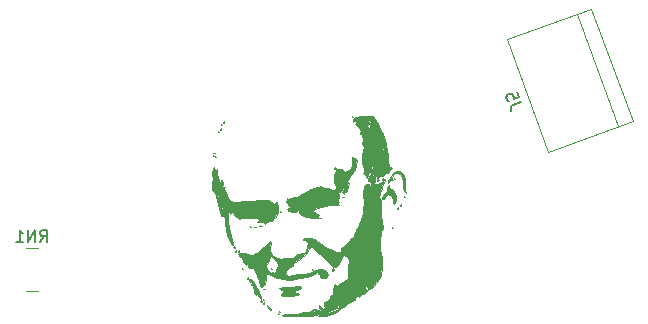
<source format=gbr>
%TF.GenerationSoftware,KiCad,Pcbnew,(5.1.6)-1*%
%TF.CreationDate,2020-12-16T03:52:29+01:00*%
%TF.ProjectId,bms,626d732e-6b69-4636-9164-5f7063625858,rev?*%
%TF.SameCoordinates,Original*%
%TF.FileFunction,Legend,Bot*%
%TF.FilePolarity,Positive*%
%FSLAX46Y46*%
G04 Gerber Fmt 4.6, Leading zero omitted, Abs format (unit mm)*
G04 Created by KiCad (PCBNEW (5.1.6)-1) date 2020-12-16 03:52:29*
%MOMM*%
%LPD*%
G01*
G04 APERTURE LIST*
%ADD10C,0.010000*%
%ADD11C,0.120000*%
%ADD12C,0.150000*%
G04 APERTURE END LIST*
D10*
%TO.C,G\u002A\u002A\u002A*%
G36*
X116378222Y-84355556D02*
G01*
X116368089Y-84456035D01*
X116378222Y-84468445D01*
X116428556Y-84456822D01*
X116434666Y-84412000D01*
X116403688Y-84342310D01*
X116378222Y-84355556D01*
G37*
X116378222Y-84355556D02*
X116368089Y-84456035D01*
X116378222Y-84468445D01*
X116428556Y-84456822D01*
X116434666Y-84412000D01*
X116403688Y-84342310D01*
X116378222Y-84355556D01*
G36*
X106867333Y-94445000D02*
G01*
X106909666Y-94487334D01*
X106952000Y-94445000D01*
X106909666Y-94402667D01*
X106867333Y-94445000D01*
G37*
X106867333Y-94445000D02*
X106909666Y-94487334D01*
X106952000Y-94445000D01*
X106909666Y-94402667D01*
X106867333Y-94445000D01*
G36*
X112624666Y-97662334D02*
G01*
X112667000Y-97704667D01*
X112709333Y-97662334D01*
X112667000Y-97620000D01*
X112624666Y-97662334D01*
G37*
X112624666Y-97662334D02*
X112667000Y-97704667D01*
X112709333Y-97662334D01*
X112667000Y-97620000D01*
X112624666Y-97662334D01*
G36*
X112455333Y-97747000D02*
G01*
X112497666Y-97789334D01*
X112540000Y-97747000D01*
X112497666Y-97704667D01*
X112455333Y-97747000D01*
G37*
X112455333Y-97747000D02*
X112497666Y-97789334D01*
X112540000Y-97747000D01*
X112497666Y-97704667D01*
X112455333Y-97747000D01*
G36*
X113725333Y-81575667D02*
G01*
X113767666Y-81618000D01*
X113810000Y-81575667D01*
X113767666Y-81533334D01*
X113725333Y-81575667D01*
G37*
X113725333Y-81575667D02*
X113767666Y-81618000D01*
X113810000Y-81575667D01*
X113767666Y-81533334D01*
X113725333Y-81575667D01*
G36*
X102806779Y-82018127D02*
G01*
X102803333Y-82041334D01*
X102832220Y-82123799D01*
X102840670Y-82126000D01*
X102912956Y-82066671D01*
X102930333Y-82041334D01*
X102923620Y-81963315D01*
X102892997Y-81956667D01*
X102806779Y-82018127D01*
G37*
X102806779Y-82018127D02*
X102803333Y-82041334D01*
X102832220Y-82123799D01*
X102840670Y-82126000D01*
X102912956Y-82066671D01*
X102930333Y-82041334D01*
X102923620Y-81963315D01*
X102892997Y-81956667D01*
X102806779Y-82018127D01*
G36*
X102634000Y-82253000D02*
G01*
X102676333Y-82295334D01*
X102718666Y-82253000D01*
X102676333Y-82210667D01*
X102634000Y-82253000D01*
G37*
X102634000Y-82253000D02*
X102676333Y-82295334D01*
X102718666Y-82253000D01*
X102676333Y-82210667D01*
X102634000Y-82253000D01*
G36*
X102552779Y-82610794D02*
G01*
X102549333Y-82634000D01*
X102578220Y-82716466D01*
X102586670Y-82718667D01*
X102658956Y-82659338D01*
X102676333Y-82634000D01*
X102669620Y-82555981D01*
X102638997Y-82549334D01*
X102552779Y-82610794D01*
G37*
X102552779Y-82610794D02*
X102549333Y-82634000D01*
X102578220Y-82716466D01*
X102586670Y-82718667D01*
X102658956Y-82659338D01*
X102676333Y-82634000D01*
X102669620Y-82555981D01*
X102638997Y-82549334D01*
X102552779Y-82610794D01*
G36*
X102380000Y-82845667D02*
G01*
X102422333Y-82888000D01*
X102464666Y-82845667D01*
X102422333Y-82803334D01*
X102380000Y-82845667D01*
G37*
X102380000Y-82845667D02*
X102422333Y-82888000D01*
X102464666Y-82845667D01*
X102422333Y-82803334D01*
X102380000Y-82845667D01*
G36*
X101984889Y-84609556D02*
G01*
X101996511Y-84659890D01*
X102041333Y-84666000D01*
X102111023Y-84635022D01*
X102097778Y-84609556D01*
X101997298Y-84599423D01*
X101984889Y-84609556D01*
G37*
X101984889Y-84609556D02*
X101996511Y-84659890D01*
X102041333Y-84666000D01*
X102111023Y-84635022D01*
X102097778Y-84609556D01*
X101997298Y-84599423D01*
X101984889Y-84609556D01*
G36*
X101956666Y-84877667D02*
G01*
X101999000Y-84920000D01*
X102041333Y-84877667D01*
X101999000Y-84835334D01*
X101956666Y-84877667D01*
G37*
X101956666Y-84877667D02*
X101999000Y-84920000D01*
X102041333Y-84877667D01*
X101999000Y-84835334D01*
X101956666Y-84877667D01*
G36*
X102126000Y-84962334D02*
G01*
X102168333Y-85004667D01*
X102210666Y-84962334D01*
X102168333Y-84920000D01*
X102126000Y-84962334D01*
G37*
X102126000Y-84962334D02*
X102168333Y-85004667D01*
X102210666Y-84962334D01*
X102168333Y-84920000D01*
X102126000Y-84962334D01*
G36*
X117281333Y-86825000D02*
G01*
X117323666Y-86867334D01*
X117366000Y-86825000D01*
X117323666Y-86782667D01*
X117281333Y-86825000D01*
G37*
X117281333Y-86825000D02*
X117323666Y-86867334D01*
X117366000Y-86825000D01*
X117323666Y-86782667D01*
X117281333Y-86825000D01*
G36*
X116293555Y-86810889D02*
G01*
X116283422Y-86911369D01*
X116293555Y-86923778D01*
X116343890Y-86912156D01*
X116350000Y-86867334D01*
X116319022Y-86797643D01*
X116293555Y-86810889D01*
G37*
X116293555Y-86810889D02*
X116283422Y-86911369D01*
X116293555Y-86923778D01*
X116343890Y-86912156D01*
X116350000Y-86867334D01*
X116319022Y-86797643D01*
X116293555Y-86810889D01*
G36*
X117112000Y-86909667D02*
G01*
X117154333Y-86952000D01*
X117196666Y-86909667D01*
X117154333Y-86867334D01*
X117112000Y-86909667D01*
G37*
X117112000Y-86909667D02*
X117154333Y-86952000D01*
X117196666Y-86909667D01*
X117154333Y-86867334D01*
X117112000Y-86909667D01*
G36*
X115182858Y-86586930D02*
G01*
X115152204Y-86686118D01*
X115109605Y-86884219D01*
X115108621Y-87002941D01*
X115143047Y-87011466D01*
X115196540Y-86906394D01*
X115237358Y-86706789D01*
X115241697Y-86585242D01*
X115224457Y-86506509D01*
X115182858Y-86586930D01*
G37*
X115182858Y-86586930D02*
X115152204Y-86686118D01*
X115109605Y-86884219D01*
X115108621Y-87002941D01*
X115143047Y-87011466D01*
X115196540Y-86906394D01*
X115237358Y-86706789D01*
X115241697Y-86585242D01*
X115224457Y-86506509D01*
X115182858Y-86586930D01*
G36*
X114392531Y-81539727D02*
G01*
X114152896Y-81563251D01*
X114008722Y-81610416D01*
X113927860Y-81681500D01*
X113833072Y-81846290D01*
X113810854Y-81967340D01*
X113860968Y-82002984D01*
X113929462Y-81962923D01*
X114056371Y-81913365D01*
X114100177Y-81946705D01*
X114092217Y-82059308D01*
X114066224Y-82082292D01*
X114029891Y-82146112D01*
X114083789Y-82259052D01*
X114242874Y-82445109D01*
X114381500Y-82588184D01*
X114516417Y-82744584D01*
X114571577Y-82848807D01*
X114534122Y-82869572D01*
X114487333Y-82845667D01*
X114414850Y-82864861D01*
X114402666Y-82925337D01*
X114446871Y-83041179D01*
X114487333Y-83057334D01*
X114558504Y-83127440D01*
X114572000Y-83209734D01*
X114625605Y-83397543D01*
X114673600Y-83463734D01*
X114722126Y-83548563D01*
X114694767Y-83565334D01*
X114638199Y-83638901D01*
X114614336Y-83816051D01*
X114614333Y-83818321D01*
X114632554Y-83992039D01*
X114706700Y-84035837D01*
X114773103Y-84020917D01*
X114881599Y-84006949D01*
X114859696Y-84085429D01*
X114790082Y-84231899D01*
X114698323Y-84467946D01*
X114658557Y-84581334D01*
X114602502Y-84763674D01*
X114574602Y-84927660D01*
X114577053Y-85113814D01*
X114612053Y-85362658D01*
X114681801Y-85714716D01*
X114733019Y-85954288D01*
X114760575Y-86192735D01*
X114714937Y-86297525D01*
X114712927Y-86298247D01*
X114704851Y-86368710D01*
X114800749Y-86502731D01*
X114821469Y-86524136D01*
X115018021Y-86720688D01*
X115129590Y-86455344D01*
X115232456Y-86250057D01*
X115298571Y-86209393D01*
X115327332Y-86332548D01*
X115318134Y-86618715D01*
X115311457Y-86697967D01*
X115296662Y-86973049D01*
X115304919Y-87172634D01*
X115328234Y-87244770D01*
X115436820Y-87231159D01*
X115568723Y-87159173D01*
X115687018Y-87036089D01*
X115711354Y-86888478D01*
X115659140Y-86888478D01*
X115638418Y-86938918D01*
X115536221Y-87036399D01*
X115459728Y-86978666D01*
X115421072Y-86779297D01*
X115418666Y-86693003D01*
X115437334Y-86469658D01*
X115490853Y-86398099D01*
X115508290Y-86404730D01*
X115557764Y-86523557D01*
X115541570Y-86716653D01*
X115517828Y-86887587D01*
X115559032Y-86923422D01*
X115592028Y-86907177D01*
X115659140Y-86888478D01*
X115711354Y-86888478D01*
X115716227Y-86858922D01*
X115702509Y-86718204D01*
X115684699Y-86527050D01*
X115709022Y-86484614D01*
X115749025Y-86528667D01*
X115823306Y-86715043D01*
X115840703Y-86851164D01*
X115871502Y-86982521D01*
X115928048Y-86993480D01*
X115979954Y-86896820D01*
X115970106Y-86869124D01*
X115952430Y-86718622D01*
X116039768Y-86595758D01*
X116181772Y-86571351D01*
X116364028Y-86558078D01*
X116446912Y-86505637D01*
X116627503Y-86375374D01*
X116709833Y-86336087D01*
X116732873Y-86317000D01*
X115672666Y-86317000D01*
X115630333Y-86359334D01*
X115588000Y-86317000D01*
X115630333Y-86274667D01*
X115672666Y-86317000D01*
X116732873Y-86317000D01*
X116835037Y-86232367D01*
X116858000Y-86159382D01*
X116926903Y-86029571D01*
X116999622Y-85984438D01*
X117082094Y-85936000D01*
X115503333Y-85936000D01*
X115467877Y-86073581D01*
X115418666Y-86105334D01*
X115349876Y-86034421D01*
X115334000Y-85936000D01*
X115164666Y-85936000D01*
X115133688Y-86005690D01*
X115108222Y-85992445D01*
X115098089Y-85891965D01*
X115108222Y-85879556D01*
X115158556Y-85891178D01*
X115164666Y-85936000D01*
X115334000Y-85936000D01*
X115369456Y-85798420D01*
X115418666Y-85766667D01*
X115487457Y-85837579D01*
X115503333Y-85936000D01*
X117082094Y-85936000D01*
X117087558Y-85932791D01*
X117042415Y-85863687D01*
X116967222Y-85808204D01*
X116884384Y-85729182D01*
X116828643Y-85607122D01*
X116816558Y-85540889D01*
X115644444Y-85540889D01*
X115632822Y-85591223D01*
X115588000Y-85597334D01*
X115518310Y-85566355D01*
X115531555Y-85540889D01*
X115632035Y-85530756D01*
X115644444Y-85540889D01*
X116816558Y-85540889D01*
X116802396Y-85463278D01*
X115327316Y-85463278D01*
X115311749Y-85573092D01*
X115282847Y-85574403D01*
X115262636Y-85461086D01*
X115276163Y-85412125D01*
X115313758Y-85380055D01*
X115327316Y-85463278D01*
X116802396Y-85463278D01*
X116792018Y-85406405D01*
X116766530Y-85091410D01*
X116754465Y-84858657D01*
X116695113Y-84401304D01*
X116503028Y-84401304D01*
X116487160Y-84458388D01*
X116398909Y-84564907D01*
X116302453Y-84564608D01*
X116266630Y-84475500D01*
X116306380Y-84327334D01*
X115164666Y-84327334D01*
X115133688Y-84397024D01*
X115108222Y-84383778D01*
X115098089Y-84283298D01*
X115108222Y-84270889D01*
X115158556Y-84282511D01*
X115164666Y-84327334D01*
X116306380Y-84327334D01*
X116310605Y-84311587D01*
X116340713Y-84254794D01*
X116425791Y-84199891D01*
X116491561Y-84264944D01*
X116503028Y-84401304D01*
X116695113Y-84401304D01*
X116636329Y-83948339D01*
X116635732Y-83946334D01*
X116265333Y-83946334D01*
X116223000Y-83988667D01*
X116180666Y-83946334D01*
X116223000Y-83904000D01*
X116265333Y-83946334D01*
X116635732Y-83946334D01*
X116582528Y-83767720D01*
X116169151Y-83767720D01*
X116142087Y-83816642D01*
X116105058Y-83819334D01*
X115503333Y-83819334D01*
X115472355Y-83889024D01*
X115446889Y-83875778D01*
X115436756Y-83775298D01*
X115446889Y-83762889D01*
X115497223Y-83774511D01*
X115503333Y-83819334D01*
X116105058Y-83819334D01*
X116014130Y-83751473D01*
X115976120Y-83680358D01*
X115958855Y-83607667D01*
X114910666Y-83607667D01*
X114868333Y-83650000D01*
X114826000Y-83607667D01*
X114868333Y-83565334D01*
X114910666Y-83607667D01*
X115958855Y-83607667D01*
X115954410Y-83588954D01*
X116026649Y-83627932D01*
X116051728Y-83648392D01*
X116169151Y-83767720D01*
X116582528Y-83767720D01*
X116520601Y-83559821D01*
X115821241Y-83559821D01*
X115809660Y-83565334D01*
X115732395Y-83505730D01*
X115715000Y-83480667D01*
X115693425Y-83401513D01*
X115705006Y-83396000D01*
X115782272Y-83455604D01*
X115799666Y-83480667D01*
X115821241Y-83559821D01*
X116520601Y-83559821D01*
X116376039Y-83074508D01*
X116264318Y-82845667D01*
X115418666Y-82845667D01*
X115376333Y-82888000D01*
X115334000Y-82845667D01*
X115376333Y-82803334D01*
X115418666Y-82845667D01*
X116264318Y-82845667D01*
X116057643Y-82422334D01*
X115672666Y-82422334D01*
X115630333Y-82464667D01*
X115588000Y-82422334D01*
X115630333Y-82380000D01*
X115672666Y-82422334D01*
X116057643Y-82422334D01*
X116016308Y-82337667D01*
X115618705Y-82337667D01*
X115419663Y-82168334D01*
X115288380Y-82067984D01*
X115255385Y-82083012D01*
X115270694Y-82136850D01*
X115270245Y-82300778D01*
X115234194Y-82361273D01*
X115217788Y-82447858D01*
X115325477Y-82504295D01*
X115466776Y-82581059D01*
X115503333Y-82641657D01*
X115451750Y-82668071D01*
X115326964Y-82605863D01*
X115173915Y-82487715D01*
X115037545Y-82346313D01*
X114981531Y-82262177D01*
X114928933Y-82144773D01*
X114966722Y-82157459D01*
X115001899Y-82189496D01*
X115096845Y-82238487D01*
X115174741Y-82149804D01*
X115202762Y-82089178D01*
X115291666Y-81883030D01*
X115455186Y-82110348D01*
X115618705Y-82337667D01*
X116016308Y-82337667D01*
X115986211Y-82276020D01*
X115843424Y-82053358D01*
X115488458Y-81533334D01*
X114764396Y-81533334D01*
X114392531Y-81539727D01*
G37*
X114392531Y-81539727D02*
X114152896Y-81563251D01*
X114008722Y-81610416D01*
X113927860Y-81681500D01*
X113833072Y-81846290D01*
X113810854Y-81967340D01*
X113860968Y-82002984D01*
X113929462Y-81962923D01*
X114056371Y-81913365D01*
X114100177Y-81946705D01*
X114092217Y-82059308D01*
X114066224Y-82082292D01*
X114029891Y-82146112D01*
X114083789Y-82259052D01*
X114242874Y-82445109D01*
X114381500Y-82588184D01*
X114516417Y-82744584D01*
X114571577Y-82848807D01*
X114534122Y-82869572D01*
X114487333Y-82845667D01*
X114414850Y-82864861D01*
X114402666Y-82925337D01*
X114446871Y-83041179D01*
X114487333Y-83057334D01*
X114558504Y-83127440D01*
X114572000Y-83209734D01*
X114625605Y-83397543D01*
X114673600Y-83463734D01*
X114722126Y-83548563D01*
X114694767Y-83565334D01*
X114638199Y-83638901D01*
X114614336Y-83816051D01*
X114614333Y-83818321D01*
X114632554Y-83992039D01*
X114706700Y-84035837D01*
X114773103Y-84020917D01*
X114881599Y-84006949D01*
X114859696Y-84085429D01*
X114790082Y-84231899D01*
X114698323Y-84467946D01*
X114658557Y-84581334D01*
X114602502Y-84763674D01*
X114574602Y-84927660D01*
X114577053Y-85113814D01*
X114612053Y-85362658D01*
X114681801Y-85714716D01*
X114733019Y-85954288D01*
X114760575Y-86192735D01*
X114714937Y-86297525D01*
X114712927Y-86298247D01*
X114704851Y-86368710D01*
X114800749Y-86502731D01*
X114821469Y-86524136D01*
X115018021Y-86720688D01*
X115129590Y-86455344D01*
X115232456Y-86250057D01*
X115298571Y-86209393D01*
X115327332Y-86332548D01*
X115318134Y-86618715D01*
X115311457Y-86697967D01*
X115296662Y-86973049D01*
X115304919Y-87172634D01*
X115328234Y-87244770D01*
X115436820Y-87231159D01*
X115568723Y-87159173D01*
X115687018Y-87036089D01*
X115711354Y-86888478D01*
X115659140Y-86888478D01*
X115638418Y-86938918D01*
X115536221Y-87036399D01*
X115459728Y-86978666D01*
X115421072Y-86779297D01*
X115418666Y-86693003D01*
X115437334Y-86469658D01*
X115490853Y-86398099D01*
X115508290Y-86404730D01*
X115557764Y-86523557D01*
X115541570Y-86716653D01*
X115517828Y-86887587D01*
X115559032Y-86923422D01*
X115592028Y-86907177D01*
X115659140Y-86888478D01*
X115711354Y-86888478D01*
X115716227Y-86858922D01*
X115702509Y-86718204D01*
X115684699Y-86527050D01*
X115709022Y-86484614D01*
X115749025Y-86528667D01*
X115823306Y-86715043D01*
X115840703Y-86851164D01*
X115871502Y-86982521D01*
X115928048Y-86993480D01*
X115979954Y-86896820D01*
X115970106Y-86869124D01*
X115952430Y-86718622D01*
X116039768Y-86595758D01*
X116181772Y-86571351D01*
X116364028Y-86558078D01*
X116446912Y-86505637D01*
X116627503Y-86375374D01*
X116709833Y-86336087D01*
X116732873Y-86317000D01*
X115672666Y-86317000D01*
X115630333Y-86359334D01*
X115588000Y-86317000D01*
X115630333Y-86274667D01*
X115672666Y-86317000D01*
X116732873Y-86317000D01*
X116835037Y-86232367D01*
X116858000Y-86159382D01*
X116926903Y-86029571D01*
X116999622Y-85984438D01*
X117082094Y-85936000D01*
X115503333Y-85936000D01*
X115467877Y-86073581D01*
X115418666Y-86105334D01*
X115349876Y-86034421D01*
X115334000Y-85936000D01*
X115164666Y-85936000D01*
X115133688Y-86005690D01*
X115108222Y-85992445D01*
X115098089Y-85891965D01*
X115108222Y-85879556D01*
X115158556Y-85891178D01*
X115164666Y-85936000D01*
X115334000Y-85936000D01*
X115369456Y-85798420D01*
X115418666Y-85766667D01*
X115487457Y-85837579D01*
X115503333Y-85936000D01*
X117082094Y-85936000D01*
X117087558Y-85932791D01*
X117042415Y-85863687D01*
X116967222Y-85808204D01*
X116884384Y-85729182D01*
X116828643Y-85607122D01*
X116816558Y-85540889D01*
X115644444Y-85540889D01*
X115632822Y-85591223D01*
X115588000Y-85597334D01*
X115518310Y-85566355D01*
X115531555Y-85540889D01*
X115632035Y-85530756D01*
X115644444Y-85540889D01*
X116816558Y-85540889D01*
X116802396Y-85463278D01*
X115327316Y-85463278D01*
X115311749Y-85573092D01*
X115282847Y-85574403D01*
X115262636Y-85461086D01*
X115276163Y-85412125D01*
X115313758Y-85380055D01*
X115327316Y-85463278D01*
X116802396Y-85463278D01*
X116792018Y-85406405D01*
X116766530Y-85091410D01*
X116754465Y-84858657D01*
X116695113Y-84401304D01*
X116503028Y-84401304D01*
X116487160Y-84458388D01*
X116398909Y-84564907D01*
X116302453Y-84564608D01*
X116266630Y-84475500D01*
X116306380Y-84327334D01*
X115164666Y-84327334D01*
X115133688Y-84397024D01*
X115108222Y-84383778D01*
X115098089Y-84283298D01*
X115108222Y-84270889D01*
X115158556Y-84282511D01*
X115164666Y-84327334D01*
X116306380Y-84327334D01*
X116310605Y-84311587D01*
X116340713Y-84254794D01*
X116425791Y-84199891D01*
X116491561Y-84264944D01*
X116503028Y-84401304D01*
X116695113Y-84401304D01*
X116636329Y-83948339D01*
X116635732Y-83946334D01*
X116265333Y-83946334D01*
X116223000Y-83988667D01*
X116180666Y-83946334D01*
X116223000Y-83904000D01*
X116265333Y-83946334D01*
X116635732Y-83946334D01*
X116582528Y-83767720D01*
X116169151Y-83767720D01*
X116142087Y-83816642D01*
X116105058Y-83819334D01*
X115503333Y-83819334D01*
X115472355Y-83889024D01*
X115446889Y-83875778D01*
X115436756Y-83775298D01*
X115446889Y-83762889D01*
X115497223Y-83774511D01*
X115503333Y-83819334D01*
X116105058Y-83819334D01*
X116014130Y-83751473D01*
X115976120Y-83680358D01*
X115958855Y-83607667D01*
X114910666Y-83607667D01*
X114868333Y-83650000D01*
X114826000Y-83607667D01*
X114868333Y-83565334D01*
X114910666Y-83607667D01*
X115958855Y-83607667D01*
X115954410Y-83588954D01*
X116026649Y-83627932D01*
X116051728Y-83648392D01*
X116169151Y-83767720D01*
X116582528Y-83767720D01*
X116520601Y-83559821D01*
X115821241Y-83559821D01*
X115809660Y-83565334D01*
X115732395Y-83505730D01*
X115715000Y-83480667D01*
X115693425Y-83401513D01*
X115705006Y-83396000D01*
X115782272Y-83455604D01*
X115799666Y-83480667D01*
X115821241Y-83559821D01*
X116520601Y-83559821D01*
X116376039Y-83074508D01*
X116264318Y-82845667D01*
X115418666Y-82845667D01*
X115376333Y-82888000D01*
X115334000Y-82845667D01*
X115376333Y-82803334D01*
X115418666Y-82845667D01*
X116264318Y-82845667D01*
X116057643Y-82422334D01*
X115672666Y-82422334D01*
X115630333Y-82464667D01*
X115588000Y-82422334D01*
X115630333Y-82380000D01*
X115672666Y-82422334D01*
X116057643Y-82422334D01*
X116016308Y-82337667D01*
X115618705Y-82337667D01*
X115419663Y-82168334D01*
X115288380Y-82067984D01*
X115255385Y-82083012D01*
X115270694Y-82136850D01*
X115270245Y-82300778D01*
X115234194Y-82361273D01*
X115217788Y-82447858D01*
X115325477Y-82504295D01*
X115466776Y-82581059D01*
X115503333Y-82641657D01*
X115451750Y-82668071D01*
X115326964Y-82605863D01*
X115173915Y-82487715D01*
X115037545Y-82346313D01*
X114981531Y-82262177D01*
X114928933Y-82144773D01*
X114966722Y-82157459D01*
X115001899Y-82189496D01*
X115096845Y-82238487D01*
X115174741Y-82149804D01*
X115202762Y-82089178D01*
X115291666Y-81883030D01*
X115455186Y-82110348D01*
X115618705Y-82337667D01*
X116016308Y-82337667D01*
X115986211Y-82276020D01*
X115843424Y-82053358D01*
X115488458Y-81533334D01*
X114764396Y-81533334D01*
X114392531Y-81539727D01*
G36*
X117503803Y-86152521D02*
G01*
X117324673Y-86259259D01*
X117120291Y-86466371D01*
X116932959Y-86718954D01*
X116804979Y-86962106D01*
X116773333Y-87100573D01*
X116802395Y-87185073D01*
X116886183Y-87116687D01*
X117019600Y-86900940D01*
X117099841Y-86746522D01*
X117228577Y-86522641D01*
X117344778Y-86376556D01*
X117393106Y-86346438D01*
X117629448Y-86332847D01*
X117771230Y-86388295D01*
X117880340Y-86526715D01*
X117958019Y-86731137D01*
X118014976Y-87029016D01*
X118033640Y-87246509D01*
X118054626Y-87523073D01*
X118088713Y-87724427D01*
X118120438Y-87796843D01*
X118211413Y-87907013D01*
X118243243Y-87968000D01*
X118270471Y-87995058D01*
X118257095Y-87883334D01*
X118234156Y-87684741D01*
X118218386Y-87389986D01*
X118213823Y-87143836D01*
X118202276Y-86828936D01*
X118156586Y-86618466D01*
X118057621Y-86448193D01*
X117978610Y-86354051D01*
X117803296Y-86185785D01*
X117652695Y-86131896D01*
X117503803Y-86152521D01*
G37*
X117503803Y-86152521D02*
X117324673Y-86259259D01*
X117120291Y-86466371D01*
X116932959Y-86718954D01*
X116804979Y-86962106D01*
X116773333Y-87100573D01*
X116802395Y-87185073D01*
X116886183Y-87116687D01*
X117019600Y-86900940D01*
X117099841Y-86746522D01*
X117228577Y-86522641D01*
X117344778Y-86376556D01*
X117393106Y-86346438D01*
X117629448Y-86332847D01*
X117771230Y-86388295D01*
X117880340Y-86526715D01*
X117958019Y-86731137D01*
X118014976Y-87029016D01*
X118033640Y-87246509D01*
X118054626Y-87523073D01*
X118088713Y-87724427D01*
X118120438Y-87796843D01*
X118211413Y-87907013D01*
X118243243Y-87968000D01*
X118270471Y-87995058D01*
X118257095Y-87883334D01*
X118234156Y-87684741D01*
X118218386Y-87389986D01*
X118213823Y-87143836D01*
X118202276Y-86828936D01*
X118156586Y-86618466D01*
X118057621Y-86448193D01*
X117978610Y-86354051D01*
X117803296Y-86185785D01*
X117652695Y-86131896D01*
X117503803Y-86152521D01*
G36*
X112906889Y-88334889D02*
G01*
X112918511Y-88385223D01*
X112963333Y-88391334D01*
X113033023Y-88360355D01*
X113019778Y-88334889D01*
X112919298Y-88324756D01*
X112906889Y-88334889D01*
G37*
X112906889Y-88334889D02*
X112918511Y-88385223D01*
X112963333Y-88391334D01*
X113033023Y-88360355D01*
X113019778Y-88334889D01*
X112919298Y-88324756D01*
X112906889Y-88334889D01*
G36*
X118128000Y-88349000D02*
G01*
X118170333Y-88391334D01*
X118212666Y-88349000D01*
X118170333Y-88306667D01*
X118128000Y-88349000D01*
G37*
X118128000Y-88349000D02*
X118170333Y-88391334D01*
X118212666Y-88349000D01*
X118170333Y-88306667D01*
X118128000Y-88349000D01*
G36*
X116802274Y-87460000D02*
G01*
X116728239Y-87697549D01*
X116701288Y-87821542D01*
X116642662Y-87921242D01*
X116509668Y-88083187D01*
X116478842Y-88117010D01*
X116337892Y-88294490D01*
X116267241Y-88433339D01*
X116265333Y-88448972D01*
X116304351Y-88575858D01*
X116406085Y-88561560D01*
X116547554Y-88410937D01*
X116565019Y-88385564D01*
X116700216Y-88219558D01*
X116812892Y-88139009D01*
X116823711Y-88137577D01*
X116980178Y-88212578D01*
X117118642Y-88403170D01*
X117203519Y-88656526D01*
X117211214Y-88712856D01*
X117235722Y-88895577D01*
X117277757Y-88930669D01*
X117368784Y-88839264D01*
X117379936Y-88826166D01*
X117464344Y-88610321D01*
X117452201Y-88328113D01*
X117361364Y-88038017D01*
X117209687Y-87798508D01*
X117027423Y-87671695D01*
X116886687Y-87567946D01*
X116851316Y-87475461D01*
X116837433Y-87386413D01*
X116802274Y-87460000D01*
G37*
X116802274Y-87460000D02*
X116728239Y-87697549D01*
X116701288Y-87821542D01*
X116642662Y-87921242D01*
X116509668Y-88083187D01*
X116478842Y-88117010D01*
X116337892Y-88294490D01*
X116267241Y-88433339D01*
X116265333Y-88448972D01*
X116304351Y-88575858D01*
X116406085Y-88561560D01*
X116547554Y-88410937D01*
X116565019Y-88385564D01*
X116700216Y-88219558D01*
X116812892Y-88139009D01*
X116823711Y-88137577D01*
X116980178Y-88212578D01*
X117118642Y-88403170D01*
X117203519Y-88656526D01*
X117211214Y-88712856D01*
X117235722Y-88895577D01*
X117277757Y-88930669D01*
X117368784Y-88839264D01*
X117379936Y-88826166D01*
X117464344Y-88610321D01*
X117452201Y-88328113D01*
X117361364Y-88038017D01*
X117209687Y-87798508D01*
X117027423Y-87671695D01*
X116886687Y-87567946D01*
X116851316Y-87475461D01*
X116837433Y-87386413D01*
X116802274Y-87460000D01*
G36*
X117817555Y-89012222D02*
G01*
X117807422Y-89112702D01*
X117817555Y-89125111D01*
X117867890Y-89113489D01*
X117874000Y-89068667D01*
X117843022Y-88998977D01*
X117817555Y-89012222D01*
G37*
X117817555Y-89012222D02*
X117807422Y-89112702D01*
X117817555Y-89125111D01*
X117867890Y-89113489D01*
X117874000Y-89068667D01*
X117843022Y-88998977D01*
X117817555Y-89012222D01*
G36*
X117563555Y-89266222D02*
G01*
X117553422Y-89366702D01*
X117563555Y-89379111D01*
X117613890Y-89367489D01*
X117620000Y-89322667D01*
X117589022Y-89252977D01*
X117563555Y-89266222D01*
G37*
X117563555Y-89266222D02*
X117553422Y-89366702D01*
X117563555Y-89379111D01*
X117613890Y-89367489D01*
X117620000Y-89322667D01*
X117589022Y-89252977D01*
X117563555Y-89266222D01*
G36*
X107629333Y-89619000D02*
G01*
X107671666Y-89661334D01*
X107714000Y-89619000D01*
X107671666Y-89576667D01*
X107629333Y-89619000D01*
G37*
X107629333Y-89619000D02*
X107671666Y-89661334D01*
X107714000Y-89619000D01*
X107671666Y-89576667D01*
X107629333Y-89619000D01*
G36*
X113725333Y-85501427D02*
G01*
X113719321Y-85777391D01*
X113685500Y-85935699D01*
X113600191Y-86027980D01*
X113450166Y-86101392D01*
X113248198Y-86189878D01*
X113118890Y-86250115D01*
X113111500Y-86254010D01*
X113056862Y-86217968D01*
X113048000Y-86154722D01*
X112998559Y-86062306D01*
X112828863Y-86023848D01*
X112716389Y-86020667D01*
X112488824Y-85995631D01*
X112357044Y-85931937D01*
X112346980Y-85914834D01*
X112272826Y-85860024D01*
X112234091Y-85884091D01*
X112223349Y-85971758D01*
X112264833Y-85996980D01*
X112350336Y-86083917D01*
X112366320Y-86204398D01*
X112304405Y-86273787D01*
X112292330Y-86274667D01*
X112253619Y-86351843D01*
X112228468Y-86553780D01*
X112222339Y-86825000D01*
X112235029Y-87105309D01*
X112260114Y-87303533D01*
X112290801Y-87375334D01*
X112357389Y-87445757D01*
X112396553Y-87549846D01*
X112379577Y-87715725D01*
X112248144Y-87788545D01*
X112053166Y-87750212D01*
X111684639Y-87646154D01*
X111403305Y-87622275D01*
X111220274Y-87557892D01*
X111130831Y-87477024D01*
X111043192Y-87397896D01*
X111018693Y-87438834D01*
X110943314Y-87515734D01*
X110779902Y-87544667D01*
X110545568Y-87585105D01*
X110282828Y-87684096D01*
X110250735Y-87700464D01*
X109825737Y-87927236D01*
X109528400Y-88088433D01*
X109336302Y-88196890D01*
X109227017Y-88265443D01*
X109178124Y-88306928D01*
X109170440Y-88318845D01*
X109080113Y-88346042D01*
X108989830Y-88332724D01*
X108809481Y-88341660D01*
X108588399Y-88419372D01*
X108581291Y-88423002D01*
X108391908Y-88495728D01*
X108267937Y-88498354D01*
X108261493Y-88493790D01*
X108232516Y-88492649D01*
X108251286Y-88532269D01*
X108241512Y-88642933D01*
X108201361Y-88668821D01*
X108168646Y-88743105D01*
X108273637Y-88900013D01*
X108306666Y-88936876D01*
X108440427Y-89092113D01*
X108465445Y-89181189D01*
X108389327Y-89260973D01*
X108353550Y-89287474D01*
X108245172Y-89398061D01*
X108278512Y-89496924D01*
X108294244Y-89513484D01*
X108423399Y-89574775D01*
X108626877Y-89613144D01*
X108843118Y-89624832D01*
X109010561Y-89606079D01*
X109068666Y-89560773D01*
X109133543Y-89493910D01*
X109153333Y-89492000D01*
X109223455Y-89562470D01*
X109238000Y-89651686D01*
X109318703Y-89821811D01*
X109548214Y-89961772D01*
X109907639Y-90064837D01*
X110378081Y-90124275D01*
X110592666Y-90134315D01*
X110919433Y-90141747D01*
X111086654Y-90141164D01*
X111103998Y-90130899D01*
X110981135Y-90109284D01*
X110846666Y-90090516D01*
X110613003Y-90054495D01*
X110542064Y-90030427D01*
X110627859Y-90015807D01*
X110663222Y-90013801D01*
X110861395Y-89968135D01*
X110907292Y-89881074D01*
X110799902Y-89787326D01*
X110671056Y-89744518D01*
X110504242Y-89647819D01*
X110465666Y-89541150D01*
X110544456Y-89433556D01*
X110758026Y-89324465D01*
X111072174Y-89223307D01*
X111452701Y-89139517D01*
X111865405Y-89082526D01*
X112201333Y-89062455D01*
X112483228Y-89050097D01*
X112596694Y-89027144D01*
X112542311Y-88993478D01*
X112540000Y-88992829D01*
X112399534Y-88945076D01*
X112412095Y-88905110D01*
X112490658Y-88871493D01*
X112597153Y-88798613D01*
X112557104Y-88713237D01*
X112513611Y-88607094D01*
X112590275Y-88522996D01*
X112672199Y-88418006D01*
X112652246Y-88256638D01*
X112628827Y-88190609D01*
X112579948Y-88017784D01*
X112624303Y-87937502D01*
X112700670Y-87910131D01*
X112855640Y-87801181D01*
X112922146Y-87685006D01*
X112970474Y-87561339D01*
X113003690Y-87593646D01*
X113022972Y-87661521D01*
X113006923Y-87825361D01*
X112951205Y-87890829D01*
X112881834Y-87973851D01*
X112942874Y-88066075D01*
X113029299Y-88126404D01*
X113048000Y-88069600D01*
X113116290Y-87979583D01*
X113175000Y-87968000D01*
X113293434Y-87899344D01*
X113312583Y-87841000D01*
X113335440Y-87678368D01*
X113391234Y-87515003D01*
X113428508Y-87427618D01*
X113429973Y-87403556D01*
X112765778Y-87403556D01*
X112754155Y-87453890D01*
X112709333Y-87460000D01*
X112639643Y-87429022D01*
X112652889Y-87403556D01*
X112753368Y-87393423D01*
X112765778Y-87403556D01*
X113429973Y-87403556D01*
X113441755Y-87210160D01*
X113399311Y-87110118D01*
X113350056Y-86982263D01*
X113385949Y-86952000D01*
X113454961Y-86880979D01*
X113471333Y-86780010D01*
X113526504Y-86617204D01*
X113598333Y-86559285D01*
X113710857Y-86452682D01*
X113725333Y-86392608D01*
X113791364Y-86286181D01*
X113841114Y-86274667D01*
X113923579Y-86195207D01*
X114013434Y-85975980D01*
X114101238Y-85645713D01*
X114172359Y-85266771D01*
X114114227Y-85160807D01*
X113958166Y-85083594D01*
X113725333Y-85019311D01*
X113725333Y-85501427D01*
G37*
X113725333Y-85501427D02*
X113719321Y-85777391D01*
X113685500Y-85935699D01*
X113600191Y-86027980D01*
X113450166Y-86101392D01*
X113248198Y-86189878D01*
X113118890Y-86250115D01*
X113111500Y-86254010D01*
X113056862Y-86217968D01*
X113048000Y-86154722D01*
X112998559Y-86062306D01*
X112828863Y-86023848D01*
X112716389Y-86020667D01*
X112488824Y-85995631D01*
X112357044Y-85931937D01*
X112346980Y-85914834D01*
X112272826Y-85860024D01*
X112234091Y-85884091D01*
X112223349Y-85971758D01*
X112264833Y-85996980D01*
X112350336Y-86083917D01*
X112366320Y-86204398D01*
X112304405Y-86273787D01*
X112292330Y-86274667D01*
X112253619Y-86351843D01*
X112228468Y-86553780D01*
X112222339Y-86825000D01*
X112235029Y-87105309D01*
X112260114Y-87303533D01*
X112290801Y-87375334D01*
X112357389Y-87445757D01*
X112396553Y-87549846D01*
X112379577Y-87715725D01*
X112248144Y-87788545D01*
X112053166Y-87750212D01*
X111684639Y-87646154D01*
X111403305Y-87622275D01*
X111220274Y-87557892D01*
X111130831Y-87477024D01*
X111043192Y-87397896D01*
X111018693Y-87438834D01*
X110943314Y-87515734D01*
X110779902Y-87544667D01*
X110545568Y-87585105D01*
X110282828Y-87684096D01*
X110250735Y-87700464D01*
X109825737Y-87927236D01*
X109528400Y-88088433D01*
X109336302Y-88196890D01*
X109227017Y-88265443D01*
X109178124Y-88306928D01*
X109170440Y-88318845D01*
X109080113Y-88346042D01*
X108989830Y-88332724D01*
X108809481Y-88341660D01*
X108588399Y-88419372D01*
X108581291Y-88423002D01*
X108391908Y-88495728D01*
X108267937Y-88498354D01*
X108261493Y-88493790D01*
X108232516Y-88492649D01*
X108251286Y-88532269D01*
X108241512Y-88642933D01*
X108201361Y-88668821D01*
X108168646Y-88743105D01*
X108273637Y-88900013D01*
X108306666Y-88936876D01*
X108440427Y-89092113D01*
X108465445Y-89181189D01*
X108389327Y-89260973D01*
X108353550Y-89287474D01*
X108245172Y-89398061D01*
X108278512Y-89496924D01*
X108294244Y-89513484D01*
X108423399Y-89574775D01*
X108626877Y-89613144D01*
X108843118Y-89624832D01*
X109010561Y-89606079D01*
X109068666Y-89560773D01*
X109133543Y-89493910D01*
X109153333Y-89492000D01*
X109223455Y-89562470D01*
X109238000Y-89651686D01*
X109318703Y-89821811D01*
X109548214Y-89961772D01*
X109907639Y-90064837D01*
X110378081Y-90124275D01*
X110592666Y-90134315D01*
X110919433Y-90141747D01*
X111086654Y-90141164D01*
X111103998Y-90130899D01*
X110981135Y-90109284D01*
X110846666Y-90090516D01*
X110613003Y-90054495D01*
X110542064Y-90030427D01*
X110627859Y-90015807D01*
X110663222Y-90013801D01*
X110861395Y-89968135D01*
X110907292Y-89881074D01*
X110799902Y-89787326D01*
X110671056Y-89744518D01*
X110504242Y-89647819D01*
X110465666Y-89541150D01*
X110544456Y-89433556D01*
X110758026Y-89324465D01*
X111072174Y-89223307D01*
X111452701Y-89139517D01*
X111865405Y-89082526D01*
X112201333Y-89062455D01*
X112483228Y-89050097D01*
X112596694Y-89027144D01*
X112542311Y-88993478D01*
X112540000Y-88992829D01*
X112399534Y-88945076D01*
X112412095Y-88905110D01*
X112490658Y-88871493D01*
X112597153Y-88798613D01*
X112557104Y-88713237D01*
X112513611Y-88607094D01*
X112590275Y-88522996D01*
X112672199Y-88418006D01*
X112652246Y-88256638D01*
X112628827Y-88190609D01*
X112579948Y-88017784D01*
X112624303Y-87937502D01*
X112700670Y-87910131D01*
X112855640Y-87801181D01*
X112922146Y-87685006D01*
X112970474Y-87561339D01*
X113003690Y-87593646D01*
X113022972Y-87661521D01*
X113006923Y-87825361D01*
X112951205Y-87890829D01*
X112881834Y-87973851D01*
X112942874Y-88066075D01*
X113029299Y-88126404D01*
X113048000Y-88069600D01*
X113116290Y-87979583D01*
X113175000Y-87968000D01*
X113293434Y-87899344D01*
X113312583Y-87841000D01*
X113335440Y-87678368D01*
X113391234Y-87515003D01*
X113428508Y-87427618D01*
X113429973Y-87403556D01*
X112765778Y-87403556D01*
X112754155Y-87453890D01*
X112709333Y-87460000D01*
X112639643Y-87429022D01*
X112652889Y-87403556D01*
X112753368Y-87393423D01*
X112765778Y-87403556D01*
X113429973Y-87403556D01*
X113441755Y-87210160D01*
X113399311Y-87110118D01*
X113350056Y-86982263D01*
X113385949Y-86952000D01*
X113454961Y-86880979D01*
X113471333Y-86780010D01*
X113526504Y-86617204D01*
X113598333Y-86559285D01*
X113710857Y-86452682D01*
X113725333Y-86392608D01*
X113791364Y-86286181D01*
X113841114Y-86274667D01*
X113923579Y-86195207D01*
X114013434Y-85975980D01*
X114101238Y-85645713D01*
X114172359Y-85266771D01*
X114114227Y-85160807D01*
X113958166Y-85083594D01*
X113725333Y-85019311D01*
X113725333Y-85501427D01*
G36*
X105874264Y-90795514D02*
G01*
X105899515Y-90833996D01*
X105985389Y-90839983D01*
X106075731Y-90819305D01*
X106036541Y-90788830D01*
X105904218Y-90778736D01*
X105874264Y-90795514D01*
G37*
X105874264Y-90795514D02*
X105899515Y-90833996D01*
X105985389Y-90839983D01*
X106075731Y-90819305D01*
X106036541Y-90788830D01*
X105904218Y-90778736D01*
X105874264Y-90795514D01*
G36*
X105089333Y-90889000D02*
G01*
X105131666Y-90931334D01*
X105174000Y-90889000D01*
X105131666Y-90846667D01*
X105089333Y-90889000D01*
G37*
X105089333Y-90889000D02*
X105131666Y-90931334D01*
X105174000Y-90889000D01*
X105131666Y-90846667D01*
X105089333Y-90889000D01*
G36*
X105456222Y-90874889D02*
G01*
X105467844Y-90925223D01*
X105512666Y-90931334D01*
X105582357Y-90900355D01*
X105569111Y-90874889D01*
X105468631Y-90864756D01*
X105456222Y-90874889D01*
G37*
X105456222Y-90874889D02*
X105467844Y-90925223D01*
X105512666Y-90931334D01*
X105582357Y-90900355D01*
X105569111Y-90874889D01*
X105468631Y-90864756D01*
X105456222Y-90874889D01*
G36*
X117112000Y-90973667D02*
G01*
X117154333Y-91016000D01*
X117196666Y-90973667D01*
X117154333Y-90931334D01*
X117112000Y-90973667D01*
G37*
X117112000Y-90973667D02*
X117154333Y-91016000D01*
X117196666Y-90973667D01*
X117154333Y-90931334D01*
X117112000Y-90973667D01*
G36*
X101939918Y-86083413D02*
G01*
X101866114Y-86272872D01*
X101861025Y-86390571D01*
X101870000Y-86400431D01*
X101906009Y-86501407D01*
X101929105Y-86719867D01*
X101934179Y-86948095D01*
X101923312Y-87208275D01*
X101899826Y-87377744D01*
X101873697Y-87418716D01*
X101845571Y-87465505D01*
X101853496Y-87625932D01*
X101855172Y-87637730D01*
X101893210Y-87800751D01*
X101934448Y-87848836D01*
X101936391Y-87847164D01*
X102005115Y-87873698D01*
X102102178Y-88029255D01*
X102212498Y-88279187D01*
X102320994Y-88588844D01*
X102412585Y-88923578D01*
X102421003Y-88960541D01*
X102514440Y-89378989D01*
X102578497Y-89660800D01*
X102620425Y-89834662D01*
X102647475Y-89929263D01*
X102666897Y-89973288D01*
X102681481Y-89991037D01*
X102706948Y-89944677D01*
X102718592Y-89781737D01*
X102718666Y-89765108D01*
X102741746Y-89565586D01*
X102797296Y-89453403D01*
X102797811Y-89453080D01*
X102841693Y-89493995D01*
X102851203Y-89665613D01*
X102845811Y-89744416D01*
X102843720Y-89956321D01*
X102876124Y-90075286D01*
X102893667Y-90084667D01*
X102949693Y-90158114D01*
X102972666Y-90332208D01*
X103000758Y-90692786D01*
X103075651Y-91115580D01*
X103183274Y-91546221D01*
X103309556Y-91930340D01*
X103440426Y-92213566D01*
X103472165Y-92262173D01*
X103604101Y-92411681D01*
X103682572Y-92444802D01*
X103680742Y-92361101D01*
X103635631Y-92264834D01*
X103561676Y-92067120D01*
X103550948Y-91940097D01*
X103531776Y-91785401D01*
X103488754Y-91643945D01*
X103389316Y-91643945D01*
X103373749Y-91753759D01*
X103344847Y-91755070D01*
X103324636Y-91641753D01*
X103338163Y-91592792D01*
X103375758Y-91560722D01*
X103389316Y-91643945D01*
X103488754Y-91643945D01*
X103459867Y-91548969D01*
X103414227Y-91432097D01*
X103287481Y-90924586D01*
X103274923Y-90559534D01*
X103272923Y-90239765D01*
X103269976Y-90204611D01*
X103219982Y-90204611D01*
X103204416Y-90314425D01*
X103175514Y-90315736D01*
X103155302Y-90202419D01*
X103168830Y-90153459D01*
X103206424Y-90121388D01*
X103219982Y-90204611D01*
X103269976Y-90204611D01*
X103248808Y-89952182D01*
X103223235Y-89818701D01*
X103203750Y-89640480D01*
X103251479Y-89571774D01*
X103332153Y-89636678D01*
X103369940Y-89715545D01*
X103422062Y-89809737D01*
X103489703Y-89762049D01*
X103525780Y-89714183D01*
X103603596Y-89636245D01*
X103666683Y-89683081D01*
X103731826Y-89823809D01*
X103830829Y-89964641D01*
X103985286Y-90097816D01*
X104149771Y-90195911D01*
X104278858Y-90231503D01*
X104327333Y-90183300D01*
X104400022Y-90143810D01*
X104560166Y-90138493D01*
X104766481Y-90148435D01*
X105071329Y-90157272D01*
X105364500Y-90162455D01*
X105710896Y-90179669D01*
X105892948Y-90222430D01*
X105914029Y-90292930D01*
X105777508Y-90393361D01*
X105745500Y-90410196D01*
X105652659Y-90466812D01*
X105680708Y-90491456D01*
X105849628Y-90491237D01*
X105958373Y-90485928D01*
X106205841Y-90483824D01*
X106314197Y-90517305D01*
X106318216Y-90577693D01*
X106347427Y-90616010D01*
X106494221Y-90553302D01*
X106571010Y-90507994D01*
X106752891Y-90409148D01*
X106857446Y-90378594D01*
X106867333Y-90388853D01*
X106920374Y-90381019D01*
X107051553Y-90280603D01*
X107087983Y-90247592D01*
X107279968Y-90024120D01*
X107417890Y-89781010D01*
X107448843Y-89661334D01*
X103904000Y-89661334D01*
X103873022Y-89731024D01*
X103847555Y-89717778D01*
X103837422Y-89617298D01*
X103847555Y-89604889D01*
X103897890Y-89616511D01*
X103904000Y-89661334D01*
X107448843Y-89661334D01*
X107470680Y-89576905D01*
X107465874Y-89534334D01*
X107451160Y-89397593D01*
X107445783Y-89232150D01*
X102822743Y-89232150D01*
X102786425Y-89300707D01*
X102688447Y-89384382D01*
X102662030Y-89316503D01*
X102691438Y-89163645D01*
X102744979Y-89039930D01*
X102807278Y-89075142D01*
X102810236Y-89079837D01*
X102822743Y-89232150D01*
X107445783Y-89232150D01*
X107444006Y-89177480D01*
X107443895Y-89153334D01*
X107426446Y-88883531D01*
X107373633Y-88775917D01*
X107282948Y-88826568D01*
X107256487Y-88860168D01*
X107176205Y-88941318D01*
X107160700Y-88939158D01*
X105138447Y-88939158D01*
X105131666Y-88984000D01*
X105059246Y-89064683D01*
X105047000Y-89068667D01*
X104979686Y-89009615D01*
X104962333Y-88984000D01*
X104974199Y-88941667D01*
X103650000Y-88941667D01*
X103607666Y-88984000D01*
X103565333Y-88941667D01*
X103607666Y-88899334D01*
X103650000Y-88941667D01*
X104974199Y-88941667D01*
X104982439Y-88912271D01*
X105047000Y-88899334D01*
X105138447Y-88939158D01*
X107160700Y-88939158D01*
X107082406Y-88928251D01*
X106921253Y-88811470D01*
X106904782Y-88798129D01*
X106784720Y-88708251D01*
X106666249Y-88652790D01*
X106510315Y-88626799D01*
X106277868Y-88625328D01*
X105929855Y-88643431D01*
X105766666Y-88653923D01*
X105356887Y-88679557D01*
X104975169Y-88701390D01*
X104675399Y-88716438D01*
X104555170Y-88721028D01*
X104360440Y-88741471D01*
X104271667Y-88781379D01*
X104272960Y-88795187D01*
X104221187Y-88824014D01*
X104045034Y-88828311D01*
X103879597Y-88816353D01*
X103655574Y-88788522D01*
X103505364Y-88738403D01*
X103427633Y-88668881D01*
X102611805Y-88668881D01*
X102596226Y-88722623D01*
X102512477Y-88809521D01*
X102470207Y-88732312D01*
X102464666Y-88628400D01*
X102485409Y-88505567D01*
X102556924Y-88534405D01*
X102558889Y-88536356D01*
X102611805Y-88668881D01*
X103427633Y-88668881D01*
X103386747Y-88632314D01*
X103257505Y-88436571D01*
X103218660Y-88368746D01*
X102517569Y-88368746D01*
X102480030Y-88391334D01*
X102355937Y-88329023D01*
X102334185Y-88301034D01*
X102302491Y-88190814D01*
X102368195Y-88181771D01*
X102462968Y-88262287D01*
X102517569Y-88368746D01*
X103218660Y-88368746D01*
X103158860Y-88264334D01*
X102888000Y-88264334D01*
X102845666Y-88306667D01*
X102803333Y-88264334D01*
X102845666Y-88222000D01*
X102888000Y-88264334D01*
X103158860Y-88264334D01*
X103134613Y-88222000D01*
X102964712Y-87894855D01*
X102896721Y-87692067D01*
X102919141Y-87609463D01*
X102944412Y-87557946D01*
X102866833Y-87545963D01*
X102736115Y-87495201D01*
X102741704Y-87388619D01*
X102804714Y-87332147D01*
X102846115Y-87227226D01*
X102827177Y-87178983D01*
X102767330Y-87050637D01*
X102762296Y-87022556D01*
X102722119Y-86919590D01*
X102656431Y-86911486D01*
X102634000Y-86980222D01*
X102592310Y-87101671D01*
X102549333Y-87121334D01*
X102485134Y-87049033D01*
X102476802Y-86994334D01*
X102041333Y-86994334D01*
X101999000Y-87036667D01*
X101956666Y-86994334D01*
X101999000Y-86952000D01*
X102041333Y-86994334D01*
X102476802Y-86994334D01*
X102464666Y-86914664D01*
X102429835Y-86732847D01*
X102370669Y-86649900D01*
X102316156Y-86528930D01*
X102322605Y-86308763D01*
X102323012Y-86306236D01*
X102333621Y-86116383D01*
X102299236Y-86022745D01*
X102290010Y-86020667D01*
X102217833Y-86090969D01*
X102200649Y-86168834D01*
X102179710Y-86202619D01*
X102141409Y-86092095D01*
X102134702Y-86063000D01*
X102078772Y-85809000D01*
X101939918Y-86083413D01*
G37*
X101939918Y-86083413D02*
X101866114Y-86272872D01*
X101861025Y-86390571D01*
X101870000Y-86400431D01*
X101906009Y-86501407D01*
X101929105Y-86719867D01*
X101934179Y-86948095D01*
X101923312Y-87208275D01*
X101899826Y-87377744D01*
X101873697Y-87418716D01*
X101845571Y-87465505D01*
X101853496Y-87625932D01*
X101855172Y-87637730D01*
X101893210Y-87800751D01*
X101934448Y-87848836D01*
X101936391Y-87847164D01*
X102005115Y-87873698D01*
X102102178Y-88029255D01*
X102212498Y-88279187D01*
X102320994Y-88588844D01*
X102412585Y-88923578D01*
X102421003Y-88960541D01*
X102514440Y-89378989D01*
X102578497Y-89660800D01*
X102620425Y-89834662D01*
X102647475Y-89929263D01*
X102666897Y-89973288D01*
X102681481Y-89991037D01*
X102706948Y-89944677D01*
X102718592Y-89781737D01*
X102718666Y-89765108D01*
X102741746Y-89565586D01*
X102797296Y-89453403D01*
X102797811Y-89453080D01*
X102841693Y-89493995D01*
X102851203Y-89665613D01*
X102845811Y-89744416D01*
X102843720Y-89956321D01*
X102876124Y-90075286D01*
X102893667Y-90084667D01*
X102949693Y-90158114D01*
X102972666Y-90332208D01*
X103000758Y-90692786D01*
X103075651Y-91115580D01*
X103183274Y-91546221D01*
X103309556Y-91930340D01*
X103440426Y-92213566D01*
X103472165Y-92262173D01*
X103604101Y-92411681D01*
X103682572Y-92444802D01*
X103680742Y-92361101D01*
X103635631Y-92264834D01*
X103561676Y-92067120D01*
X103550948Y-91940097D01*
X103531776Y-91785401D01*
X103488754Y-91643945D01*
X103389316Y-91643945D01*
X103373749Y-91753759D01*
X103344847Y-91755070D01*
X103324636Y-91641753D01*
X103338163Y-91592792D01*
X103375758Y-91560722D01*
X103389316Y-91643945D01*
X103488754Y-91643945D01*
X103459867Y-91548969D01*
X103414227Y-91432097D01*
X103287481Y-90924586D01*
X103274923Y-90559534D01*
X103272923Y-90239765D01*
X103269976Y-90204611D01*
X103219982Y-90204611D01*
X103204416Y-90314425D01*
X103175514Y-90315736D01*
X103155302Y-90202419D01*
X103168830Y-90153459D01*
X103206424Y-90121388D01*
X103219982Y-90204611D01*
X103269976Y-90204611D01*
X103248808Y-89952182D01*
X103223235Y-89818701D01*
X103203750Y-89640480D01*
X103251479Y-89571774D01*
X103332153Y-89636678D01*
X103369940Y-89715545D01*
X103422062Y-89809737D01*
X103489703Y-89762049D01*
X103525780Y-89714183D01*
X103603596Y-89636245D01*
X103666683Y-89683081D01*
X103731826Y-89823809D01*
X103830829Y-89964641D01*
X103985286Y-90097816D01*
X104149771Y-90195911D01*
X104278858Y-90231503D01*
X104327333Y-90183300D01*
X104400022Y-90143810D01*
X104560166Y-90138493D01*
X104766481Y-90148435D01*
X105071329Y-90157272D01*
X105364500Y-90162455D01*
X105710896Y-90179669D01*
X105892948Y-90222430D01*
X105914029Y-90292930D01*
X105777508Y-90393361D01*
X105745500Y-90410196D01*
X105652659Y-90466812D01*
X105680708Y-90491456D01*
X105849628Y-90491237D01*
X105958373Y-90485928D01*
X106205841Y-90483824D01*
X106314197Y-90517305D01*
X106318216Y-90577693D01*
X106347427Y-90616010D01*
X106494221Y-90553302D01*
X106571010Y-90507994D01*
X106752891Y-90409148D01*
X106857446Y-90378594D01*
X106867333Y-90388853D01*
X106920374Y-90381019D01*
X107051553Y-90280603D01*
X107087983Y-90247592D01*
X107279968Y-90024120D01*
X107417890Y-89781010D01*
X107448843Y-89661334D01*
X103904000Y-89661334D01*
X103873022Y-89731024D01*
X103847555Y-89717778D01*
X103837422Y-89617298D01*
X103847555Y-89604889D01*
X103897890Y-89616511D01*
X103904000Y-89661334D01*
X107448843Y-89661334D01*
X107470680Y-89576905D01*
X107465874Y-89534334D01*
X107451160Y-89397593D01*
X107445783Y-89232150D01*
X102822743Y-89232150D01*
X102786425Y-89300707D01*
X102688447Y-89384382D01*
X102662030Y-89316503D01*
X102691438Y-89163645D01*
X102744979Y-89039930D01*
X102807278Y-89075142D01*
X102810236Y-89079837D01*
X102822743Y-89232150D01*
X107445783Y-89232150D01*
X107444006Y-89177480D01*
X107443895Y-89153334D01*
X107426446Y-88883531D01*
X107373633Y-88775917D01*
X107282948Y-88826568D01*
X107256487Y-88860168D01*
X107176205Y-88941318D01*
X107160700Y-88939158D01*
X105138447Y-88939158D01*
X105131666Y-88984000D01*
X105059246Y-89064683D01*
X105047000Y-89068667D01*
X104979686Y-89009615D01*
X104962333Y-88984000D01*
X104974199Y-88941667D01*
X103650000Y-88941667D01*
X103607666Y-88984000D01*
X103565333Y-88941667D01*
X103607666Y-88899334D01*
X103650000Y-88941667D01*
X104974199Y-88941667D01*
X104982439Y-88912271D01*
X105047000Y-88899334D01*
X105138447Y-88939158D01*
X107160700Y-88939158D01*
X107082406Y-88928251D01*
X106921253Y-88811470D01*
X106904782Y-88798129D01*
X106784720Y-88708251D01*
X106666249Y-88652790D01*
X106510315Y-88626799D01*
X106277868Y-88625328D01*
X105929855Y-88643431D01*
X105766666Y-88653923D01*
X105356887Y-88679557D01*
X104975169Y-88701390D01*
X104675399Y-88716438D01*
X104555170Y-88721028D01*
X104360440Y-88741471D01*
X104271667Y-88781379D01*
X104272960Y-88795187D01*
X104221187Y-88824014D01*
X104045034Y-88828311D01*
X103879597Y-88816353D01*
X103655574Y-88788522D01*
X103505364Y-88738403D01*
X103427633Y-88668881D01*
X102611805Y-88668881D01*
X102596226Y-88722623D01*
X102512477Y-88809521D01*
X102470207Y-88732312D01*
X102464666Y-88628400D01*
X102485409Y-88505567D01*
X102556924Y-88534405D01*
X102558889Y-88536356D01*
X102611805Y-88668881D01*
X103427633Y-88668881D01*
X103386747Y-88632314D01*
X103257505Y-88436571D01*
X103218660Y-88368746D01*
X102517569Y-88368746D01*
X102480030Y-88391334D01*
X102355937Y-88329023D01*
X102334185Y-88301034D01*
X102302491Y-88190814D01*
X102368195Y-88181771D01*
X102462968Y-88262287D01*
X102517569Y-88368746D01*
X103218660Y-88368746D01*
X103158860Y-88264334D01*
X102888000Y-88264334D01*
X102845666Y-88306667D01*
X102803333Y-88264334D01*
X102845666Y-88222000D01*
X102888000Y-88264334D01*
X103158860Y-88264334D01*
X103134613Y-88222000D01*
X102964712Y-87894855D01*
X102896721Y-87692067D01*
X102919141Y-87609463D01*
X102944412Y-87557946D01*
X102866833Y-87545963D01*
X102736115Y-87495201D01*
X102741704Y-87388619D01*
X102804714Y-87332147D01*
X102846115Y-87227226D01*
X102827177Y-87178983D01*
X102767330Y-87050637D01*
X102762296Y-87022556D01*
X102722119Y-86919590D01*
X102656431Y-86911486D01*
X102634000Y-86980222D01*
X102592310Y-87101671D01*
X102549333Y-87121334D01*
X102485134Y-87049033D01*
X102476802Y-86994334D01*
X102041333Y-86994334D01*
X101999000Y-87036667D01*
X101956666Y-86994334D01*
X101999000Y-86952000D01*
X102041333Y-86994334D01*
X102476802Y-86994334D01*
X102464666Y-86914664D01*
X102429835Y-86732847D01*
X102370669Y-86649900D01*
X102316156Y-86528930D01*
X102322605Y-86308763D01*
X102323012Y-86306236D01*
X102333621Y-86116383D01*
X102299236Y-86022745D01*
X102290010Y-86020667D01*
X102217833Y-86090969D01*
X102200649Y-86168834D01*
X102179710Y-86202619D01*
X102141409Y-86092095D01*
X102134702Y-86063000D01*
X102078772Y-85809000D01*
X101939918Y-86083413D01*
G36*
X103652460Y-92604429D02*
G01*
X103650000Y-92624667D01*
X103714429Y-92706873D01*
X103734666Y-92709334D01*
X103816873Y-92644904D01*
X103819333Y-92624667D01*
X103754904Y-92542460D01*
X103734666Y-92540000D01*
X103652460Y-92604429D01*
G37*
X103652460Y-92604429D02*
X103650000Y-92624667D01*
X103714429Y-92706873D01*
X103734666Y-92709334D01*
X103816873Y-92644904D01*
X103819333Y-92624667D01*
X103754904Y-92542460D01*
X103734666Y-92540000D01*
X103652460Y-92604429D01*
G36*
X103822779Y-92940127D02*
G01*
X103819333Y-92963334D01*
X103848220Y-93045799D01*
X103856670Y-93048000D01*
X103928956Y-92988671D01*
X103946333Y-92963334D01*
X103939620Y-92885315D01*
X103908997Y-92878667D01*
X103822779Y-92940127D01*
G37*
X103822779Y-92940127D02*
X103819333Y-92963334D01*
X103848220Y-93045799D01*
X103856670Y-93048000D01*
X103928956Y-92988671D01*
X103946333Y-92963334D01*
X103939620Y-92885315D01*
X103908997Y-92878667D01*
X103822779Y-92940127D01*
G36*
X104101555Y-92906889D02*
G01*
X104091422Y-93007369D01*
X104101555Y-93019778D01*
X104151890Y-93008156D01*
X104158000Y-92963334D01*
X104127022Y-92893643D01*
X104101555Y-92906889D01*
G37*
X104101555Y-92906889D02*
X104091422Y-93007369D01*
X104101555Y-93019778D01*
X104151890Y-93008156D01*
X104158000Y-92963334D01*
X104127022Y-92893643D01*
X104101555Y-92906889D01*
G36*
X104412000Y-94445000D02*
G01*
X104454333Y-94487334D01*
X104496666Y-94445000D01*
X104454333Y-94402667D01*
X104412000Y-94445000D01*
G37*
X104412000Y-94445000D02*
X104454333Y-94487334D01*
X104496666Y-94445000D01*
X104454333Y-94402667D01*
X104412000Y-94445000D01*
G36*
X110338666Y-94529667D02*
G01*
X110381000Y-94572000D01*
X110423333Y-94529667D01*
X110381000Y-94487334D01*
X110338666Y-94529667D01*
G37*
X110338666Y-94529667D02*
X110381000Y-94572000D01*
X110423333Y-94529667D01*
X110381000Y-94487334D01*
X110338666Y-94529667D01*
G36*
X112041552Y-94471243D02*
G01*
X112032000Y-94529667D01*
X112077717Y-94642339D01*
X112116666Y-94656667D01*
X112191781Y-94588090D01*
X112201333Y-94529667D01*
X112155616Y-94416995D01*
X112116666Y-94402667D01*
X112041552Y-94471243D01*
G37*
X112041552Y-94471243D02*
X112032000Y-94529667D01*
X112077717Y-94642339D01*
X112116666Y-94656667D01*
X112191781Y-94588090D01*
X112201333Y-94529667D01*
X112155616Y-94416995D01*
X112116666Y-94402667D01*
X112041552Y-94471243D01*
G36*
X104863555Y-95192889D02*
G01*
X104853422Y-95293369D01*
X104863555Y-95305778D01*
X104913890Y-95294156D01*
X104920000Y-95249334D01*
X104889022Y-95179643D01*
X104863555Y-95192889D01*
G37*
X104863555Y-95192889D02*
X104853422Y-95293369D01*
X104863555Y-95305778D01*
X104913890Y-95294156D01*
X104920000Y-95249334D01*
X104889022Y-95179643D01*
X104863555Y-95192889D01*
G36*
X105174000Y-95799667D02*
G01*
X105216333Y-95842000D01*
X105258666Y-95799667D01*
X105216333Y-95757334D01*
X105174000Y-95799667D01*
G37*
X105174000Y-95799667D02*
X105216333Y-95842000D01*
X105258666Y-95799667D01*
X105216333Y-95757334D01*
X105174000Y-95799667D01*
G36*
X106218222Y-96124222D02*
G01*
X106229844Y-96174557D01*
X106274666Y-96180667D01*
X106344357Y-96149689D01*
X106331111Y-96124222D01*
X106230631Y-96114089D01*
X106218222Y-96124222D01*
G37*
X106218222Y-96124222D02*
X106229844Y-96174557D01*
X106274666Y-96180667D01*
X106344357Y-96149689D01*
X106331111Y-96124222D01*
X106230631Y-96114089D01*
X106218222Y-96124222D01*
G36*
X105428000Y-96319707D02*
G01*
X105476401Y-96443980D01*
X105559671Y-96566651D01*
X105647205Y-96670736D01*
X105647356Y-96642277D01*
X105590535Y-96519334D01*
X105489498Y-96321597D01*
X105439398Y-96266544D01*
X105428000Y-96319707D01*
G37*
X105428000Y-96319707D02*
X105476401Y-96443980D01*
X105559671Y-96566651D01*
X105647205Y-96670736D01*
X105647356Y-96642277D01*
X105590535Y-96519334D01*
X105489498Y-96321597D01*
X105439398Y-96266544D01*
X105428000Y-96319707D01*
G36*
X109050222Y-95943511D02*
G01*
X108672718Y-95964055D01*
X108556715Y-95971271D01*
X108170988Y-95997495D01*
X107852787Y-96022752D01*
X107636853Y-96044039D01*
X107558348Y-96057564D01*
X107603269Y-96108913D01*
X107751284Y-96198813D01*
X107761185Y-96204037D01*
X107992673Y-96325327D01*
X107817550Y-96500450D01*
X107706850Y-96630672D01*
X107719594Y-96699371D01*
X107769804Y-96724454D01*
X107958497Y-96758008D01*
X108080758Y-96757324D01*
X108266409Y-96743171D01*
X108547059Y-96723930D01*
X108751166Y-96710766D01*
X109012747Y-96681667D01*
X109189464Y-96637731D01*
X109238000Y-96599775D01*
X109172668Y-96522558D01*
X109147286Y-96519334D01*
X109017124Y-96464940D01*
X108936176Y-96398938D01*
X108874230Y-96309882D01*
X108940278Y-96256076D01*
X109063373Y-96224163D01*
X109280545Y-96142003D01*
X109418698Y-96039973D01*
X109449117Y-95985180D01*
X109414075Y-95952133D01*
X109289226Y-95938890D01*
X109050222Y-95943511D01*
G37*
X109050222Y-95943511D02*
X108672718Y-95964055D01*
X108556715Y-95971271D01*
X108170988Y-95997495D01*
X107852787Y-96022752D01*
X107636853Y-96044039D01*
X107558348Y-96057564D01*
X107603269Y-96108913D01*
X107751284Y-96198813D01*
X107761185Y-96204037D01*
X107992673Y-96325327D01*
X107817550Y-96500450D01*
X107706850Y-96630672D01*
X107719594Y-96699371D01*
X107769804Y-96724454D01*
X107958497Y-96758008D01*
X108080758Y-96757324D01*
X108266409Y-96743171D01*
X108547059Y-96723930D01*
X108751166Y-96710766D01*
X109012747Y-96681667D01*
X109189464Y-96637731D01*
X109238000Y-96599775D01*
X109172668Y-96522558D01*
X109147286Y-96519334D01*
X109017124Y-96464940D01*
X108936176Y-96398938D01*
X108874230Y-96309882D01*
X108940278Y-96256076D01*
X109063373Y-96224163D01*
X109280545Y-96142003D01*
X109418698Y-96039973D01*
X109449117Y-95985180D01*
X109414075Y-95952133D01*
X109289226Y-95938890D01*
X109050222Y-95943511D01*
G36*
X105004430Y-95333795D02*
G01*
X105003394Y-95335453D01*
X104978219Y-95458537D01*
X105028546Y-95493215D01*
X105234622Y-95611137D01*
X105365286Y-95784046D01*
X105381026Y-95941289D01*
X105395086Y-96096816D01*
X105463722Y-96147512D01*
X105570395Y-96255631D01*
X105672444Y-96461934D01*
X105694929Y-96529100D01*
X105795325Y-96783965D01*
X105907387Y-96950258D01*
X106007605Y-96998936D01*
X106048580Y-96965999D01*
X106043186Y-96853192D01*
X105980526Y-96654238D01*
X105885168Y-96425780D01*
X105781682Y-96224459D01*
X105694638Y-96106918D01*
X105671206Y-96096000D01*
X105609288Y-96025696D01*
X105597333Y-95941916D01*
X105543581Y-95787844D01*
X105408313Y-95581741D01*
X105339347Y-95498869D01*
X105173117Y-95328878D01*
X105072748Y-95279336D01*
X105004430Y-95333795D01*
G37*
X105004430Y-95333795D02*
X105003394Y-95335453D01*
X104978219Y-95458537D01*
X105028546Y-95493215D01*
X105234622Y-95611137D01*
X105365286Y-95784046D01*
X105381026Y-95941289D01*
X105395086Y-96096816D01*
X105463722Y-96147512D01*
X105570395Y-96255631D01*
X105672444Y-96461934D01*
X105694929Y-96529100D01*
X105795325Y-96783965D01*
X105907387Y-96950258D01*
X106007605Y-96998936D01*
X106048580Y-96965999D01*
X106043186Y-96853192D01*
X105980526Y-96654238D01*
X105885168Y-96425780D01*
X105781682Y-96224459D01*
X105694638Y-96106918D01*
X105671206Y-96096000D01*
X105609288Y-96025696D01*
X105597333Y-95941916D01*
X105543581Y-95787844D01*
X105408313Y-95581741D01*
X105339347Y-95498869D01*
X105173117Y-95328878D01*
X105072748Y-95279336D01*
X105004430Y-95333795D01*
G36*
X106190000Y-97069667D02*
G01*
X106232333Y-97112000D01*
X106274666Y-97069667D01*
X106232333Y-97027334D01*
X106190000Y-97069667D01*
G37*
X106190000Y-97069667D02*
X106232333Y-97112000D01*
X106274666Y-97069667D01*
X106232333Y-97027334D01*
X106190000Y-97069667D01*
G36*
X105965104Y-97163870D02*
G01*
X105978333Y-97196667D01*
X106054415Y-97277437D01*
X106067997Y-97281334D01*
X106104362Y-97215828D01*
X106105333Y-97196667D01*
X106040245Y-97115254D01*
X106015670Y-97112000D01*
X105965104Y-97163870D01*
G37*
X105965104Y-97163870D02*
X105978333Y-97196667D01*
X106054415Y-97277437D01*
X106067997Y-97281334D01*
X106104362Y-97215828D01*
X106105333Y-97196667D01*
X106040245Y-97115254D01*
X106015670Y-97112000D01*
X105965104Y-97163870D01*
G36*
X106218222Y-97309556D02*
G01*
X106208089Y-97410035D01*
X106218222Y-97422445D01*
X106268556Y-97410822D01*
X106274666Y-97366000D01*
X106243688Y-97296310D01*
X106218222Y-97309556D01*
G37*
X106218222Y-97309556D02*
X106208089Y-97410035D01*
X106218222Y-97422445D01*
X106268556Y-97410822D01*
X106274666Y-97366000D01*
X106243688Y-97296310D01*
X106218222Y-97309556D01*
G36*
X110936768Y-97606594D02*
G01*
X110931333Y-97704667D01*
X110988631Y-97843872D01*
X111113789Y-97874000D01*
X111237662Y-97864909D01*
X111232427Y-97808985D01*
X111143000Y-97704667D01*
X111020515Y-97579846D01*
X110960544Y-97535334D01*
X110936768Y-97606594D01*
G37*
X110936768Y-97606594D02*
X110931333Y-97704667D01*
X110988631Y-97843872D01*
X111113789Y-97874000D01*
X111237662Y-97864909D01*
X111232427Y-97808985D01*
X111143000Y-97704667D01*
X111020515Y-97579846D01*
X110960544Y-97535334D01*
X110936768Y-97606594D01*
G36*
X106554043Y-97585574D02*
G01*
X106631061Y-97700782D01*
X106743860Y-97827689D01*
X106849722Y-97913024D01*
X106863520Y-97919399D01*
X106897398Y-97900396D01*
X106824080Y-97792722D01*
X106787083Y-97751701D01*
X106644734Y-97607846D01*
X106560407Y-97536905D01*
X106555524Y-97535334D01*
X106554043Y-97585574D01*
G37*
X106554043Y-97585574D02*
X106631061Y-97700782D01*
X106743860Y-97827689D01*
X106849722Y-97913024D01*
X106863520Y-97919399D01*
X106897398Y-97900396D01*
X106824080Y-97792722D01*
X106787083Y-97751701D01*
X106644734Y-97607846D01*
X106560407Y-97536905D01*
X106555524Y-97535334D01*
X106554043Y-97585574D01*
G36*
X107544666Y-98085667D02*
G01*
X107587000Y-98128000D01*
X107629333Y-98085667D01*
X107587000Y-98043334D01*
X107544666Y-98085667D01*
G37*
X107544666Y-98085667D02*
X107587000Y-98128000D01*
X107629333Y-98085667D01*
X107587000Y-98043334D01*
X107544666Y-98085667D01*
G36*
X107460000Y-98255000D02*
G01*
X107502333Y-98297334D01*
X107544666Y-98255000D01*
X107502333Y-98212667D01*
X107460000Y-98255000D01*
G37*
X107460000Y-98255000D02*
X107502333Y-98297334D01*
X107544666Y-98255000D01*
X107502333Y-98212667D01*
X107460000Y-98255000D01*
G36*
X116442885Y-86857026D02*
G01*
X116392333Y-86952000D01*
X116320940Y-87069940D01*
X116264441Y-87078449D01*
X116169694Y-87102351D01*
X116112294Y-87173876D01*
X115972326Y-87276785D01*
X115810757Y-87272065D01*
X115648254Y-87264175D01*
X115588000Y-87302408D01*
X115517259Y-87362424D01*
X115424875Y-87375333D01*
X115271638Y-87441766D01*
X115223029Y-87523500D01*
X115192852Y-87575753D01*
X115175293Y-87463401D01*
X115174488Y-87446760D01*
X115143420Y-87287234D01*
X115044256Y-87256194D01*
X114988837Y-87267833D01*
X114815428Y-87382342D01*
X114716941Y-87622702D01*
X114690201Y-88000425D01*
X114706687Y-88291179D01*
X114719073Y-88610732D01*
X114709454Y-88984733D01*
X114681987Y-89374717D01*
X114640824Y-89742218D01*
X114590120Y-90048772D01*
X114534030Y-90255913D01*
X114487080Y-90324556D01*
X114417743Y-90421110D01*
X114402666Y-90522868D01*
X114351882Y-90708596D01*
X114233333Y-90908230D01*
X114114340Y-91093141D01*
X114064009Y-91238142D01*
X114064000Y-91239392D01*
X114026108Y-91382944D01*
X113931550Y-91599615D01*
X113894666Y-91671220D01*
X113793527Y-91838085D01*
X113732987Y-91895810D01*
X113725333Y-91877583D01*
X113677724Y-91808553D01*
X113640666Y-91820334D01*
X113568485Y-91940254D01*
X113556000Y-92029900D01*
X113480221Y-92180211D01*
X113302000Y-92299572D01*
X113127430Y-92406114D01*
X113048403Y-92512155D01*
X113048000Y-92518335D01*
X112980524Y-92614378D01*
X112930058Y-92624667D01*
X112792709Y-92681279D01*
X112762211Y-92805775D01*
X112844385Y-92930143D01*
X112901243Y-92961217D01*
X112986810Y-93007106D01*
X112939785Y-93031729D01*
X112743169Y-93041913D01*
X112698533Y-93042633D01*
X112386913Y-93014902D01*
X112205958Y-92926322D01*
X112201333Y-92921000D01*
X112040695Y-92812617D01*
X111948781Y-92794000D01*
X111790754Y-92748462D01*
X111570794Y-92634288D01*
X111489721Y-92582334D01*
X111282767Y-92453339D01*
X111129825Y-92378361D01*
X111096907Y-92370667D01*
X111018324Y-92306124D01*
X111016000Y-92286000D01*
X110947423Y-92210886D01*
X110889000Y-92201334D01*
X110776241Y-92161731D01*
X110762000Y-92128169D01*
X110687294Y-92043148D01*
X110499967Y-91952739D01*
X110255207Y-91874236D01*
X110008200Y-91824929D01*
X109814134Y-91822111D01*
X109796849Y-91825762D01*
X109625603Y-91899079D01*
X109583653Y-91978420D01*
X109680297Y-92028156D01*
X109743021Y-92032000D01*
X109930907Y-92094742D01*
X110006532Y-92275311D01*
X109966958Y-92562222D01*
X109916200Y-92709334D01*
X109810588Y-92934083D01*
X109710821Y-93076401D01*
X109671517Y-93100917D01*
X109564541Y-93123942D01*
X109555500Y-93128962D01*
X109465436Y-93147328D01*
X109305533Y-93163331D01*
X109081912Y-93233317D01*
X108867300Y-93376990D01*
X108705661Y-93496938D01*
X108588267Y-93529262D01*
X108579946Y-93525582D01*
X108457646Y-93510538D01*
X108229812Y-93524645D01*
X108064970Y-93546513D01*
X107720023Y-93575753D01*
X107472316Y-93530466D01*
X107407280Y-93501134D01*
X107212550Y-93417350D01*
X107082912Y-93386667D01*
X106955184Y-93311006D01*
X106858131Y-93117421D01*
X106801380Y-92856007D01*
X106794560Y-92576861D01*
X106847297Y-92330078D01*
X106870312Y-92280434D01*
X106901497Y-92149438D01*
X106830796Y-92114012D01*
X106697650Y-92176446D01*
X106601461Y-92264834D01*
X106306176Y-92561641D01*
X105977678Y-92846657D01*
X105672867Y-93072176D01*
X105550719Y-93145798D01*
X105346042Y-93236409D01*
X105162746Y-93250070D01*
X104913221Y-93192774D01*
X104903868Y-93190043D01*
X104672538Y-93142846D01*
X104437601Y-93125916D01*
X104239284Y-93136304D01*
X104117814Y-93171064D01*
X104113417Y-93227247D01*
X104138214Y-93246146D01*
X104207360Y-93348206D01*
X104197317Y-93391547D01*
X104216306Y-93433785D01*
X104280602Y-93418972D01*
X104383620Y-93426409D01*
X104414817Y-93568108D01*
X104470296Y-93776435D01*
X104590033Y-93974812D01*
X104718781Y-94106109D01*
X104799730Y-94108667D01*
X104839920Y-94059478D01*
X104895837Y-94009781D01*
X104917465Y-94110869D01*
X104918703Y-94167717D01*
X104939583Y-94329646D01*
X105035257Y-94370353D01*
X105152833Y-94353924D01*
X105311496Y-94345196D01*
X105418985Y-94420819D01*
X105526334Y-94618081D01*
X105532341Y-94631208D01*
X105733281Y-95091937D01*
X105853929Y-95417634D01*
X105897145Y-95601716D01*
X105958003Y-95857836D01*
X106065560Y-95966795D01*
X106140366Y-95960086D01*
X106251738Y-95846415D01*
X106355868Y-95631923D01*
X106426571Y-95384058D01*
X106439994Y-95188324D01*
X106437108Y-94937506D01*
X106505127Y-94833689D01*
X106658306Y-94870112D01*
X106849595Y-94994101D01*
X107101114Y-95119173D01*
X107465504Y-95229411D01*
X107886377Y-95314877D01*
X108307341Y-95365635D01*
X108672005Y-95371746D01*
X108852315Y-95347026D01*
X109416750Y-95206931D01*
X109840719Y-95098119D01*
X110148718Y-95013644D01*
X110365246Y-94946564D01*
X110514797Y-94889932D01*
X110589157Y-94854674D01*
X110806131Y-94758951D01*
X110905109Y-94756422D01*
X110889000Y-94826000D01*
X110890063Y-94904264D01*
X110916462Y-94910667D01*
X110999601Y-94981194D01*
X111040532Y-95080000D01*
X111145260Y-95219546D01*
X111320072Y-95259677D01*
X111507512Y-95212369D01*
X111650125Y-95089596D01*
X111693333Y-94943942D01*
X111619662Y-94701521D01*
X111432166Y-94520930D01*
X111181119Y-94422226D01*
X110916796Y-94425465D01*
X110694690Y-94545545D01*
X110488274Y-94662862D01*
X110136865Y-94765718D01*
X109664606Y-94847761D01*
X109449666Y-94873080D01*
X109120852Y-94916449D01*
X108817787Y-94971620D01*
X108670646Y-95008121D01*
X108386268Y-95040912D01*
X108184982Y-94965961D01*
X108090047Y-94813049D01*
X108124720Y-94611954D01*
X108240143Y-94456885D01*
X108368476Y-94346334D01*
X108430643Y-94314976D01*
X108600436Y-94297384D01*
X108690144Y-94191000D01*
X108645333Y-94191000D01*
X108603000Y-94233334D01*
X108560666Y-94191000D01*
X108603000Y-94148667D01*
X108645333Y-94191000D01*
X108690144Y-94191000D01*
X108698892Y-94180627D01*
X108730677Y-94104551D01*
X108747804Y-94080955D01*
X107481907Y-94080955D01*
X107460061Y-94227806D01*
X107380379Y-94402815D01*
X107297666Y-94601782D01*
X107216459Y-94760298D01*
X107134583Y-94778664D01*
X107076889Y-94739582D01*
X106975577Y-94680056D01*
X106945316Y-94752133D01*
X106926721Y-94818381D01*
X106895751Y-94761973D01*
X106815160Y-94691527D01*
X106780340Y-94700438D01*
X106702744Y-94661243D01*
X106597776Y-94508664D01*
X106565062Y-94444446D01*
X106479079Y-94239643D01*
X106473872Y-94115427D01*
X106547707Y-94004515D01*
X106553561Y-93997981D01*
X106674743Y-93803282D01*
X106742915Y-93619500D01*
X106800998Y-93445509D01*
X106880772Y-93402736D01*
X107020978Y-93486934D01*
X107128090Y-93577270D01*
X107377662Y-93845043D01*
X107481907Y-94080955D01*
X108747804Y-94080955D01*
X108843864Y-93948615D01*
X109059876Y-93753377D01*
X109309506Y-93575384D01*
X109500653Y-93429000D01*
X109068666Y-93429000D01*
X109026333Y-93471334D01*
X108984000Y-93429000D01*
X109026333Y-93386667D01*
X109068666Y-93429000D01*
X109500653Y-93429000D01*
X109720721Y-93260468D01*
X109986554Y-92924165D01*
X110001435Y-92897171D01*
X110126296Y-92691729D01*
X110228009Y-92572149D01*
X110262365Y-92558504D01*
X110364625Y-92629652D01*
X110558329Y-92791699D01*
X110813542Y-93017475D01*
X111100332Y-93279806D01*
X111388763Y-93551520D01*
X111648903Y-93805445D01*
X111757644Y-93915834D01*
X111970497Y-94121592D01*
X112146798Y-94266586D01*
X112243949Y-94318000D01*
X112380421Y-94253591D01*
X112540458Y-94101717D01*
X112668096Y-93924405D01*
X112709333Y-93802215D01*
X112761811Y-93622777D01*
X112885421Y-93439164D01*
X113029429Y-93318203D01*
X113089086Y-93302000D01*
X113237267Y-93357587D01*
X113344889Y-93441651D01*
X113412650Y-93537016D01*
X113447396Y-93678118D01*
X113452905Y-93904046D01*
X113432956Y-94253893D01*
X113428768Y-94309484D01*
X113403426Y-94661337D01*
X113384694Y-94961737D01*
X113375616Y-95160332D01*
X113375257Y-95194956D01*
X113306261Y-95342533D01*
X113212758Y-95395331D01*
X113078066Y-95457896D01*
X113048000Y-95502625D01*
X112974937Y-95562190D01*
X112798712Y-95616680D01*
X112794000Y-95617634D01*
X112606265Y-95693892D01*
X112540000Y-95797550D01*
X112492133Y-95912950D01*
X112397744Y-95900315D01*
X112346980Y-95820834D01*
X112287106Y-95747206D01*
X112224451Y-95821981D01*
X112168774Y-96024691D01*
X112135978Y-96263472D01*
X112088566Y-96547806D01*
X112013386Y-96677312D01*
X111973898Y-96688667D01*
X111894823Y-96732552D01*
X111904908Y-96773185D01*
X111900826Y-96903709D01*
X111800702Y-97057424D01*
X111652355Y-97168201D01*
X111608957Y-97182459D01*
X111394353Y-97276832D01*
X111332297Y-97423518D01*
X111374531Y-97535679D01*
X111407790Y-97720592D01*
X111316393Y-97883627D01*
X111139069Y-97958431D01*
X111127636Y-97958667D01*
X111048017Y-98011611D01*
X111059615Y-98064500D01*
X111058866Y-98093725D01*
X111011623Y-98043334D01*
X110719666Y-98043334D01*
X110693743Y-98109974D01*
X110597663Y-98128000D01*
X110457392Y-98093457D01*
X110423333Y-98043334D01*
X110491548Y-97967394D01*
X110545336Y-97958667D01*
X110689485Y-98010267D01*
X110719666Y-98043334D01*
X111011623Y-98043334D01*
X110991778Y-98022167D01*
X110840962Y-97924523D01*
X110633813Y-97878598D01*
X110438742Y-97889459D01*
X110324162Y-97962177D01*
X110319983Y-97972384D01*
X110223399Y-98034523D01*
X110015223Y-98080994D01*
X109884170Y-98093519D01*
X109618836Y-98126854D01*
X109414993Y-98184747D01*
X109363043Y-98214290D01*
X109184895Y-98271513D01*
X108989310Y-98256167D01*
X108789178Y-98235742D01*
X108530035Y-98239103D01*
X108259068Y-98261142D01*
X108023463Y-98296749D01*
X107870406Y-98340816D01*
X107840128Y-98380589D01*
X107934297Y-98403776D01*
X108167178Y-98424875D01*
X108508148Y-98442095D01*
X108926586Y-98453646D01*
X109139946Y-98456595D01*
X109676063Y-98457424D01*
X110070275Y-98446769D01*
X110349752Y-98422545D01*
X110541662Y-98382669D01*
X110644610Y-98341163D01*
X110834584Y-98255000D01*
X110423333Y-98255000D01*
X110381000Y-98297334D01*
X110338666Y-98255000D01*
X110381000Y-98212667D01*
X110423333Y-98255000D01*
X110834584Y-98255000D01*
X110875306Y-98236531D01*
X110981320Y-98225772D01*
X110955354Y-98308922D01*
X110931333Y-98339667D01*
X110886023Y-98420993D01*
X110951580Y-98456132D01*
X111153800Y-98461003D01*
X111461921Y-98429479D01*
X111783666Y-98359803D01*
X111820333Y-98348784D01*
X112075132Y-98255000D01*
X111524000Y-98255000D01*
X111481666Y-98297334D01*
X111461424Y-98277091D01*
X111317945Y-98277091D01*
X111234722Y-98290649D01*
X111124908Y-98275083D01*
X111123597Y-98246181D01*
X111236914Y-98225969D01*
X111285875Y-98239497D01*
X111317945Y-98277091D01*
X111461424Y-98277091D01*
X111439333Y-98255000D01*
X111481666Y-98212667D01*
X111524000Y-98255000D01*
X112075132Y-98255000D01*
X112205823Y-98206897D01*
X112521459Y-98032047D01*
X112842549Y-97779929D01*
X112948511Y-97685057D01*
X113106008Y-97560975D01*
X112932560Y-97560975D01*
X112925353Y-97590969D01*
X112841030Y-97567754D01*
X112730512Y-97548081D01*
X112736845Y-97596019D01*
X112737606Y-97702178D01*
X112607334Y-97829102D01*
X112332243Y-97988877D01*
X112231272Y-98039255D01*
X111993927Y-98134902D01*
X111792514Y-98182510D01*
X111668004Y-98176551D01*
X111658045Y-98116601D01*
X111756024Y-98053260D01*
X111952258Y-97972045D01*
X112012012Y-97951511D01*
X112253319Y-97841519D01*
X112430972Y-97705502D01*
X112505708Y-97577468D01*
X112495862Y-97532413D01*
X112532876Y-97495235D01*
X112664567Y-97490202D01*
X112820314Y-97512696D01*
X112929501Y-97558098D01*
X112932560Y-97560975D01*
X113106008Y-97560975D01*
X113248188Y-97448961D01*
X113593940Y-97228427D01*
X113752844Y-97145408D01*
X113948768Y-97046427D01*
X114026914Y-96991186D01*
X113979333Y-96990098D01*
X113851772Y-97015444D01*
X113850659Y-96989237D01*
X113982579Y-96892018D01*
X114021666Y-96864989D01*
X114242405Y-96729988D01*
X114361514Y-96695390D01*
X114365634Y-96764069D01*
X114349077Y-96794500D01*
X114336662Y-96846554D01*
X114427815Y-96784907D01*
X114519926Y-96659184D01*
X114516949Y-96583423D01*
X114528275Y-96529759D01*
X114581381Y-96539242D01*
X114761937Y-96537241D01*
X114925484Y-96443798D01*
X114942459Y-96409989D01*
X114791556Y-96409989D01*
X114780051Y-96440517D01*
X114698317Y-96515591D01*
X114658323Y-96430084D01*
X114656666Y-96387337D01*
X114698323Y-96300134D01*
X114742714Y-96308520D01*
X114791556Y-96409989D01*
X114942459Y-96409989D01*
X114995333Y-96304688D01*
X114948663Y-96193941D01*
X114910666Y-96180667D01*
X114835552Y-96112090D01*
X114826000Y-96053667D01*
X114871717Y-95940995D01*
X114910666Y-95926667D01*
X114991964Y-95991843D01*
X114995333Y-96017039D01*
X115062866Y-96068703D01*
X115185833Y-96050615D01*
X115317105Y-96015966D01*
X115307386Y-96048607D01*
X115207000Y-96134247D01*
X115037666Y-96274675D01*
X115207000Y-96191384D01*
X115484124Y-95991838D01*
X115596786Y-95870222D01*
X115475111Y-95870222D01*
X115463489Y-95920557D01*
X115418666Y-95926667D01*
X115348976Y-95895689D01*
X115354882Y-95884334D01*
X115164666Y-95884334D01*
X115122333Y-95926667D01*
X115080000Y-95884334D01*
X115122333Y-95842000D01*
X115164666Y-95884334D01*
X115354882Y-95884334D01*
X115362222Y-95870222D01*
X115462702Y-95860089D01*
X115475111Y-95870222D01*
X115596786Y-95870222D01*
X115769282Y-95684018D01*
X115770874Y-95681725D01*
X115334000Y-95681725D01*
X115287625Y-95755104D01*
X115194706Y-95721443D01*
X115135703Y-95634645D01*
X115139461Y-95548736D01*
X115211312Y-95559037D01*
X115320643Y-95642397D01*
X115334000Y-95681725D01*
X115770874Y-95681725D01*
X116020946Y-95321565D01*
X116035477Y-95291667D01*
X115334000Y-95291667D01*
X115291666Y-95334000D01*
X115249333Y-95291667D01*
X115291666Y-95249334D01*
X115334000Y-95291667D01*
X116035477Y-95291667D01*
X116197589Y-94958124D01*
X116223888Y-94877807D01*
X116298819Y-94459696D01*
X116315896Y-93974171D01*
X116277052Y-93496045D01*
X116184218Y-93100130D01*
X116177536Y-93082099D01*
X116124173Y-92853180D01*
X116097895Y-92546948D01*
X116095777Y-92198571D01*
X116114897Y-91843218D01*
X116152329Y-91516057D01*
X116205149Y-91252256D01*
X116270434Y-91086985D01*
X116345257Y-91055410D01*
X116346017Y-91055872D01*
X116380288Y-91017055D01*
X116370232Y-90886438D01*
X116321617Y-90728731D01*
X116276630Y-90677078D01*
X116255386Y-90597945D01*
X116238316Y-90383302D01*
X116227287Y-90066956D01*
X116224065Y-89724578D01*
X116217987Y-89332210D01*
X116200694Y-88997865D01*
X116174967Y-88760619D01*
X116148622Y-88664601D01*
X116048394Y-88380541D01*
X116080040Y-88009039D01*
X116241400Y-87566139D01*
X116316139Y-87419225D01*
X116448191Y-87149535D01*
X116524804Y-86941096D01*
X116531638Y-86833944D01*
X116527234Y-86829883D01*
X116442885Y-86857026D01*
G37*
X116442885Y-86857026D02*
X116392333Y-86952000D01*
X116320940Y-87069940D01*
X116264441Y-87078449D01*
X116169694Y-87102351D01*
X116112294Y-87173876D01*
X115972326Y-87276785D01*
X115810757Y-87272065D01*
X115648254Y-87264175D01*
X115588000Y-87302408D01*
X115517259Y-87362424D01*
X115424875Y-87375333D01*
X115271638Y-87441766D01*
X115223029Y-87523500D01*
X115192852Y-87575753D01*
X115175293Y-87463401D01*
X115174488Y-87446760D01*
X115143420Y-87287234D01*
X115044256Y-87256194D01*
X114988837Y-87267833D01*
X114815428Y-87382342D01*
X114716941Y-87622702D01*
X114690201Y-88000425D01*
X114706687Y-88291179D01*
X114719073Y-88610732D01*
X114709454Y-88984733D01*
X114681987Y-89374717D01*
X114640824Y-89742218D01*
X114590120Y-90048772D01*
X114534030Y-90255913D01*
X114487080Y-90324556D01*
X114417743Y-90421110D01*
X114402666Y-90522868D01*
X114351882Y-90708596D01*
X114233333Y-90908230D01*
X114114340Y-91093141D01*
X114064009Y-91238142D01*
X114064000Y-91239392D01*
X114026108Y-91382944D01*
X113931550Y-91599615D01*
X113894666Y-91671220D01*
X113793527Y-91838085D01*
X113732987Y-91895810D01*
X113725333Y-91877583D01*
X113677724Y-91808553D01*
X113640666Y-91820334D01*
X113568485Y-91940254D01*
X113556000Y-92029900D01*
X113480221Y-92180211D01*
X113302000Y-92299572D01*
X113127430Y-92406114D01*
X113048403Y-92512155D01*
X113048000Y-92518335D01*
X112980524Y-92614378D01*
X112930058Y-92624667D01*
X112792709Y-92681279D01*
X112762211Y-92805775D01*
X112844385Y-92930143D01*
X112901243Y-92961217D01*
X112986810Y-93007106D01*
X112939785Y-93031729D01*
X112743169Y-93041913D01*
X112698533Y-93042633D01*
X112386913Y-93014902D01*
X112205958Y-92926322D01*
X112201333Y-92921000D01*
X112040695Y-92812617D01*
X111948781Y-92794000D01*
X111790754Y-92748462D01*
X111570794Y-92634288D01*
X111489721Y-92582334D01*
X111282767Y-92453339D01*
X111129825Y-92378361D01*
X111096907Y-92370667D01*
X111018324Y-92306124D01*
X111016000Y-92286000D01*
X110947423Y-92210886D01*
X110889000Y-92201334D01*
X110776241Y-92161731D01*
X110762000Y-92128169D01*
X110687294Y-92043148D01*
X110499967Y-91952739D01*
X110255207Y-91874236D01*
X110008200Y-91824929D01*
X109814134Y-91822111D01*
X109796849Y-91825762D01*
X109625603Y-91899079D01*
X109583653Y-91978420D01*
X109680297Y-92028156D01*
X109743021Y-92032000D01*
X109930907Y-92094742D01*
X110006532Y-92275311D01*
X109966958Y-92562222D01*
X109916200Y-92709334D01*
X109810588Y-92934083D01*
X109710821Y-93076401D01*
X109671517Y-93100917D01*
X109564541Y-93123942D01*
X109555500Y-93128962D01*
X109465436Y-93147328D01*
X109305533Y-93163331D01*
X109081912Y-93233317D01*
X108867300Y-93376990D01*
X108705661Y-93496938D01*
X108588267Y-93529262D01*
X108579946Y-93525582D01*
X108457646Y-93510538D01*
X108229812Y-93524645D01*
X108064970Y-93546513D01*
X107720023Y-93575753D01*
X107472316Y-93530466D01*
X107407280Y-93501134D01*
X107212550Y-93417350D01*
X107082912Y-93386667D01*
X106955184Y-93311006D01*
X106858131Y-93117421D01*
X106801380Y-92856007D01*
X106794560Y-92576861D01*
X106847297Y-92330078D01*
X106870312Y-92280434D01*
X106901497Y-92149438D01*
X106830796Y-92114012D01*
X106697650Y-92176446D01*
X106601461Y-92264834D01*
X106306176Y-92561641D01*
X105977678Y-92846657D01*
X105672867Y-93072176D01*
X105550719Y-93145798D01*
X105346042Y-93236409D01*
X105162746Y-93250070D01*
X104913221Y-93192774D01*
X104903868Y-93190043D01*
X104672538Y-93142846D01*
X104437601Y-93125916D01*
X104239284Y-93136304D01*
X104117814Y-93171064D01*
X104113417Y-93227247D01*
X104138214Y-93246146D01*
X104207360Y-93348206D01*
X104197317Y-93391547D01*
X104216306Y-93433785D01*
X104280602Y-93418972D01*
X104383620Y-93426409D01*
X104414817Y-93568108D01*
X104470296Y-93776435D01*
X104590033Y-93974812D01*
X104718781Y-94106109D01*
X104799730Y-94108667D01*
X104839920Y-94059478D01*
X104895837Y-94009781D01*
X104917465Y-94110869D01*
X104918703Y-94167717D01*
X104939583Y-94329646D01*
X105035257Y-94370353D01*
X105152833Y-94353924D01*
X105311496Y-94345196D01*
X105418985Y-94420819D01*
X105526334Y-94618081D01*
X105532341Y-94631208D01*
X105733281Y-95091937D01*
X105853929Y-95417634D01*
X105897145Y-95601716D01*
X105958003Y-95857836D01*
X106065560Y-95966795D01*
X106140366Y-95960086D01*
X106251738Y-95846415D01*
X106355868Y-95631923D01*
X106426571Y-95384058D01*
X106439994Y-95188324D01*
X106437108Y-94937506D01*
X106505127Y-94833689D01*
X106658306Y-94870112D01*
X106849595Y-94994101D01*
X107101114Y-95119173D01*
X107465504Y-95229411D01*
X107886377Y-95314877D01*
X108307341Y-95365635D01*
X108672005Y-95371746D01*
X108852315Y-95347026D01*
X109416750Y-95206931D01*
X109840719Y-95098119D01*
X110148718Y-95013644D01*
X110365246Y-94946564D01*
X110514797Y-94889932D01*
X110589157Y-94854674D01*
X110806131Y-94758951D01*
X110905109Y-94756422D01*
X110889000Y-94826000D01*
X110890063Y-94904264D01*
X110916462Y-94910667D01*
X110999601Y-94981194D01*
X111040532Y-95080000D01*
X111145260Y-95219546D01*
X111320072Y-95259677D01*
X111507512Y-95212369D01*
X111650125Y-95089596D01*
X111693333Y-94943942D01*
X111619662Y-94701521D01*
X111432166Y-94520930D01*
X111181119Y-94422226D01*
X110916796Y-94425465D01*
X110694690Y-94545545D01*
X110488274Y-94662862D01*
X110136865Y-94765718D01*
X109664606Y-94847761D01*
X109449666Y-94873080D01*
X109120852Y-94916449D01*
X108817787Y-94971620D01*
X108670646Y-95008121D01*
X108386268Y-95040912D01*
X108184982Y-94965961D01*
X108090047Y-94813049D01*
X108124720Y-94611954D01*
X108240143Y-94456885D01*
X108368476Y-94346334D01*
X108430643Y-94314976D01*
X108600436Y-94297384D01*
X108690144Y-94191000D01*
X108645333Y-94191000D01*
X108603000Y-94233334D01*
X108560666Y-94191000D01*
X108603000Y-94148667D01*
X108645333Y-94191000D01*
X108690144Y-94191000D01*
X108698892Y-94180627D01*
X108730677Y-94104551D01*
X108747804Y-94080955D01*
X107481907Y-94080955D01*
X107460061Y-94227806D01*
X107380379Y-94402815D01*
X107297666Y-94601782D01*
X107216459Y-94760298D01*
X107134583Y-94778664D01*
X107076889Y-94739582D01*
X106975577Y-94680056D01*
X106945316Y-94752133D01*
X106926721Y-94818381D01*
X106895751Y-94761973D01*
X106815160Y-94691527D01*
X106780340Y-94700438D01*
X106702744Y-94661243D01*
X106597776Y-94508664D01*
X106565062Y-94444446D01*
X106479079Y-94239643D01*
X106473872Y-94115427D01*
X106547707Y-94004515D01*
X106553561Y-93997981D01*
X106674743Y-93803282D01*
X106742915Y-93619500D01*
X106800998Y-93445509D01*
X106880772Y-93402736D01*
X107020978Y-93486934D01*
X107128090Y-93577270D01*
X107377662Y-93845043D01*
X107481907Y-94080955D01*
X108747804Y-94080955D01*
X108843864Y-93948615D01*
X109059876Y-93753377D01*
X109309506Y-93575384D01*
X109500653Y-93429000D01*
X109068666Y-93429000D01*
X109026333Y-93471334D01*
X108984000Y-93429000D01*
X109026333Y-93386667D01*
X109068666Y-93429000D01*
X109500653Y-93429000D01*
X109720721Y-93260468D01*
X109986554Y-92924165D01*
X110001435Y-92897171D01*
X110126296Y-92691729D01*
X110228009Y-92572149D01*
X110262365Y-92558504D01*
X110364625Y-92629652D01*
X110558329Y-92791699D01*
X110813542Y-93017475D01*
X111100332Y-93279806D01*
X111388763Y-93551520D01*
X111648903Y-93805445D01*
X111757644Y-93915834D01*
X111970497Y-94121592D01*
X112146798Y-94266586D01*
X112243949Y-94318000D01*
X112380421Y-94253591D01*
X112540458Y-94101717D01*
X112668096Y-93924405D01*
X112709333Y-93802215D01*
X112761811Y-93622777D01*
X112885421Y-93439164D01*
X113029429Y-93318203D01*
X113089086Y-93302000D01*
X113237267Y-93357587D01*
X113344889Y-93441651D01*
X113412650Y-93537016D01*
X113447396Y-93678118D01*
X113452905Y-93904046D01*
X113432956Y-94253893D01*
X113428768Y-94309484D01*
X113403426Y-94661337D01*
X113384694Y-94961737D01*
X113375616Y-95160332D01*
X113375257Y-95194956D01*
X113306261Y-95342533D01*
X113212758Y-95395331D01*
X113078066Y-95457896D01*
X113048000Y-95502625D01*
X112974937Y-95562190D01*
X112798712Y-95616680D01*
X112794000Y-95617634D01*
X112606265Y-95693892D01*
X112540000Y-95797550D01*
X112492133Y-95912950D01*
X112397744Y-95900315D01*
X112346980Y-95820834D01*
X112287106Y-95747206D01*
X112224451Y-95821981D01*
X112168774Y-96024691D01*
X112135978Y-96263472D01*
X112088566Y-96547806D01*
X112013386Y-96677312D01*
X111973898Y-96688667D01*
X111894823Y-96732552D01*
X111904908Y-96773185D01*
X111900826Y-96903709D01*
X111800702Y-97057424D01*
X111652355Y-97168201D01*
X111608957Y-97182459D01*
X111394353Y-97276832D01*
X111332297Y-97423518D01*
X111374531Y-97535679D01*
X111407790Y-97720592D01*
X111316393Y-97883627D01*
X111139069Y-97958431D01*
X111127636Y-97958667D01*
X111048017Y-98011611D01*
X111059615Y-98064500D01*
X111058866Y-98093725D01*
X111011623Y-98043334D01*
X110719666Y-98043334D01*
X110693743Y-98109974D01*
X110597663Y-98128000D01*
X110457392Y-98093457D01*
X110423333Y-98043334D01*
X110491548Y-97967394D01*
X110545336Y-97958667D01*
X110689485Y-98010267D01*
X110719666Y-98043334D01*
X111011623Y-98043334D01*
X110991778Y-98022167D01*
X110840962Y-97924523D01*
X110633813Y-97878598D01*
X110438742Y-97889459D01*
X110324162Y-97962177D01*
X110319983Y-97972384D01*
X110223399Y-98034523D01*
X110015223Y-98080994D01*
X109884170Y-98093519D01*
X109618836Y-98126854D01*
X109414993Y-98184747D01*
X109363043Y-98214290D01*
X109184895Y-98271513D01*
X108989310Y-98256167D01*
X108789178Y-98235742D01*
X108530035Y-98239103D01*
X108259068Y-98261142D01*
X108023463Y-98296749D01*
X107870406Y-98340816D01*
X107840128Y-98380589D01*
X107934297Y-98403776D01*
X108167178Y-98424875D01*
X108508148Y-98442095D01*
X108926586Y-98453646D01*
X109139946Y-98456595D01*
X109676063Y-98457424D01*
X110070275Y-98446769D01*
X110349752Y-98422545D01*
X110541662Y-98382669D01*
X110644610Y-98341163D01*
X110834584Y-98255000D01*
X110423333Y-98255000D01*
X110381000Y-98297334D01*
X110338666Y-98255000D01*
X110381000Y-98212667D01*
X110423333Y-98255000D01*
X110834584Y-98255000D01*
X110875306Y-98236531D01*
X110981320Y-98225772D01*
X110955354Y-98308922D01*
X110931333Y-98339667D01*
X110886023Y-98420993D01*
X110951580Y-98456132D01*
X111153800Y-98461003D01*
X111461921Y-98429479D01*
X111783666Y-98359803D01*
X111820333Y-98348784D01*
X112075132Y-98255000D01*
X111524000Y-98255000D01*
X111481666Y-98297334D01*
X111461424Y-98277091D01*
X111317945Y-98277091D01*
X111234722Y-98290649D01*
X111124908Y-98275083D01*
X111123597Y-98246181D01*
X111236914Y-98225969D01*
X111285875Y-98239497D01*
X111317945Y-98277091D01*
X111461424Y-98277091D01*
X111439333Y-98255000D01*
X111481666Y-98212667D01*
X111524000Y-98255000D01*
X112075132Y-98255000D01*
X112205823Y-98206897D01*
X112521459Y-98032047D01*
X112842549Y-97779929D01*
X112948511Y-97685057D01*
X113106008Y-97560975D01*
X112932560Y-97560975D01*
X112925353Y-97590969D01*
X112841030Y-97567754D01*
X112730512Y-97548081D01*
X112736845Y-97596019D01*
X112737606Y-97702178D01*
X112607334Y-97829102D01*
X112332243Y-97988877D01*
X112231272Y-98039255D01*
X111993927Y-98134902D01*
X111792514Y-98182510D01*
X111668004Y-98176551D01*
X111658045Y-98116601D01*
X111756024Y-98053260D01*
X111952258Y-97972045D01*
X112012012Y-97951511D01*
X112253319Y-97841519D01*
X112430972Y-97705502D01*
X112505708Y-97577468D01*
X112495862Y-97532413D01*
X112532876Y-97495235D01*
X112664567Y-97490202D01*
X112820314Y-97512696D01*
X112929501Y-97558098D01*
X112932560Y-97560975D01*
X113106008Y-97560975D01*
X113248188Y-97448961D01*
X113593940Y-97228427D01*
X113752844Y-97145408D01*
X113948768Y-97046427D01*
X114026914Y-96991186D01*
X113979333Y-96990098D01*
X113851772Y-97015444D01*
X113850659Y-96989237D01*
X113982579Y-96892018D01*
X114021666Y-96864989D01*
X114242405Y-96729988D01*
X114361514Y-96695390D01*
X114365634Y-96764069D01*
X114349077Y-96794500D01*
X114336662Y-96846554D01*
X114427815Y-96784907D01*
X114519926Y-96659184D01*
X114516949Y-96583423D01*
X114528275Y-96529759D01*
X114581381Y-96539242D01*
X114761937Y-96537241D01*
X114925484Y-96443798D01*
X114942459Y-96409989D01*
X114791556Y-96409989D01*
X114780051Y-96440517D01*
X114698317Y-96515591D01*
X114658323Y-96430084D01*
X114656666Y-96387337D01*
X114698323Y-96300134D01*
X114742714Y-96308520D01*
X114791556Y-96409989D01*
X114942459Y-96409989D01*
X114995333Y-96304688D01*
X114948663Y-96193941D01*
X114910666Y-96180667D01*
X114835552Y-96112090D01*
X114826000Y-96053667D01*
X114871717Y-95940995D01*
X114910666Y-95926667D01*
X114991964Y-95991843D01*
X114995333Y-96017039D01*
X115062866Y-96068703D01*
X115185833Y-96050615D01*
X115317105Y-96015966D01*
X115307386Y-96048607D01*
X115207000Y-96134247D01*
X115037666Y-96274675D01*
X115207000Y-96191384D01*
X115484124Y-95991838D01*
X115596786Y-95870222D01*
X115475111Y-95870222D01*
X115463489Y-95920557D01*
X115418666Y-95926667D01*
X115348976Y-95895689D01*
X115354882Y-95884334D01*
X115164666Y-95884334D01*
X115122333Y-95926667D01*
X115080000Y-95884334D01*
X115122333Y-95842000D01*
X115164666Y-95884334D01*
X115354882Y-95884334D01*
X115362222Y-95870222D01*
X115462702Y-95860089D01*
X115475111Y-95870222D01*
X115596786Y-95870222D01*
X115769282Y-95684018D01*
X115770874Y-95681725D01*
X115334000Y-95681725D01*
X115287625Y-95755104D01*
X115194706Y-95721443D01*
X115135703Y-95634645D01*
X115139461Y-95548736D01*
X115211312Y-95559037D01*
X115320643Y-95642397D01*
X115334000Y-95681725D01*
X115770874Y-95681725D01*
X116020946Y-95321565D01*
X116035477Y-95291667D01*
X115334000Y-95291667D01*
X115291666Y-95334000D01*
X115249333Y-95291667D01*
X115291666Y-95249334D01*
X115334000Y-95291667D01*
X116035477Y-95291667D01*
X116197589Y-94958124D01*
X116223888Y-94877807D01*
X116298819Y-94459696D01*
X116315896Y-93974171D01*
X116277052Y-93496045D01*
X116184218Y-93100130D01*
X116177536Y-93082099D01*
X116124173Y-92853180D01*
X116097895Y-92546948D01*
X116095777Y-92198571D01*
X116114897Y-91843218D01*
X116152329Y-91516057D01*
X116205149Y-91252256D01*
X116270434Y-91086985D01*
X116345257Y-91055410D01*
X116346017Y-91055872D01*
X116380288Y-91017055D01*
X116370232Y-90886438D01*
X116321617Y-90728731D01*
X116276630Y-90677078D01*
X116255386Y-90597945D01*
X116238316Y-90383302D01*
X116227287Y-90066956D01*
X116224065Y-89724578D01*
X116217987Y-89332210D01*
X116200694Y-88997865D01*
X116174967Y-88760619D01*
X116148622Y-88664601D01*
X116048394Y-88380541D01*
X116080040Y-88009039D01*
X116241400Y-87566139D01*
X116316139Y-87419225D01*
X116448191Y-87149535D01*
X116524804Y-86941096D01*
X116531638Y-86833944D01*
X116527234Y-86829883D01*
X116442885Y-86857026D01*
D11*
%TO.C,J5*%
X134011498Y-72410084D02*
X137486422Y-81957361D01*
X126851040Y-75016277D02*
X134011498Y-72410084D01*
X130325965Y-84563555D02*
X126851040Y-75016277D01*
X137486422Y-81957361D02*
X130325965Y-84563555D01*
X136293013Y-82391727D02*
X132818088Y-72844450D01*
%TO.C,RN1*%
X86095000Y-92691000D02*
X87155000Y-92691000D01*
X86095000Y-96331000D02*
X87155000Y-96331000D01*
%TO.C,J5*%
D12*
X128023693Y-80350216D02*
X127352484Y-80594516D01*
X127234529Y-80688123D01*
X127177607Y-80810191D01*
X127181720Y-80960719D01*
X127214294Y-81050214D01*
X127697959Y-79455270D02*
X127860826Y-79902743D01*
X127429640Y-80110357D01*
X127458101Y-80049323D01*
X127470275Y-79943542D01*
X127388841Y-79719805D01*
X127311521Y-79646598D01*
X127250487Y-79618137D01*
X127144705Y-79605963D01*
X126920969Y-79687396D01*
X126847761Y-79764717D01*
X126819301Y-79825751D01*
X126807127Y-79931532D01*
X126888560Y-80155269D01*
X126965881Y-80228476D01*
X127026915Y-80256937D01*
%TO.C,RN1*%
X87315476Y-92163380D02*
X87648809Y-91687190D01*
X87886904Y-92163380D02*
X87886904Y-91163380D01*
X87505952Y-91163380D01*
X87410714Y-91211000D01*
X87363095Y-91258619D01*
X87315476Y-91353857D01*
X87315476Y-91496714D01*
X87363095Y-91591952D01*
X87410714Y-91639571D01*
X87505952Y-91687190D01*
X87886904Y-91687190D01*
X86886904Y-92163380D02*
X86886904Y-91163380D01*
X86315476Y-92163380D01*
X86315476Y-91163380D01*
X85315476Y-92163380D02*
X85886904Y-92163380D01*
X85601190Y-92163380D02*
X85601190Y-91163380D01*
X85696428Y-91306238D01*
X85791666Y-91401476D01*
X85886904Y-91449095D01*
%TD*%
M02*

</source>
